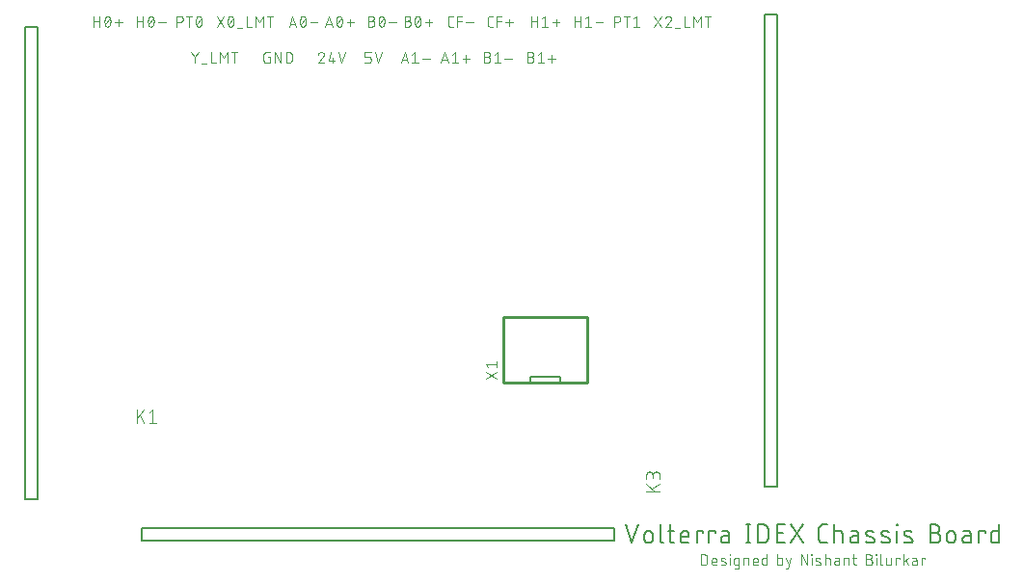
<source format=gbr>
G04 EAGLE Gerber RS-274X export*
G75*
%MOMM*%
%FSLAX34Y34*%
%LPD*%
%INSilkscreen Top*%
%IPPOS*%
%AMOC8*
5,1,8,0,0,1.08239X$1,22.5*%
G01*
%ADD10C,0.076200*%
%ADD11C,0.152400*%
%ADD12C,0.127000*%
%ADD13C,0.101600*%
%ADD14C,0.254000*%
%ADD15C,0.200000*%


D10*
X295656Y540131D02*
X295656Y549529D01*
X295656Y545352D02*
X300877Y545352D01*
X300877Y549529D02*
X300877Y540131D01*
X305104Y544830D02*
X305106Y545015D01*
X305113Y545200D01*
X305124Y545384D01*
X305139Y545568D01*
X305159Y545752D01*
X305183Y545936D01*
X305212Y546118D01*
X305245Y546300D01*
X305282Y546481D01*
X305324Y546661D01*
X305370Y546841D01*
X305420Y547019D01*
X305474Y547195D01*
X305533Y547371D01*
X305595Y547545D01*
X305662Y547717D01*
X305733Y547888D01*
X305808Y548057D01*
X305887Y548224D01*
X305917Y548304D01*
X305950Y548383D01*
X305987Y548460D01*
X306027Y548536D01*
X306070Y548610D01*
X306116Y548682D01*
X306166Y548751D01*
X306218Y548819D01*
X306274Y548884D01*
X306332Y548947D01*
X306394Y549006D01*
X306457Y549064D01*
X306524Y549118D01*
X306592Y549169D01*
X306663Y549217D01*
X306736Y549262D01*
X306810Y549304D01*
X306887Y549342D01*
X306965Y549377D01*
X307044Y549409D01*
X307125Y549437D01*
X307207Y549461D01*
X307291Y549482D01*
X307374Y549499D01*
X307459Y549512D01*
X307544Y549521D01*
X307629Y549527D01*
X307715Y549529D01*
X307801Y549527D01*
X307886Y549521D01*
X307971Y549512D01*
X308056Y549499D01*
X308139Y549482D01*
X308223Y549461D01*
X308305Y549437D01*
X308386Y549409D01*
X308465Y549377D01*
X308543Y549342D01*
X308620Y549304D01*
X308694Y549262D01*
X308767Y549217D01*
X308838Y549169D01*
X308906Y549118D01*
X308973Y549064D01*
X309036Y549006D01*
X309098Y548947D01*
X309156Y548884D01*
X309212Y548819D01*
X309264Y548751D01*
X309314Y548682D01*
X309360Y548610D01*
X309403Y548536D01*
X309443Y548460D01*
X309480Y548383D01*
X309513Y548304D01*
X309543Y548224D01*
X309622Y548057D01*
X309697Y547888D01*
X309768Y547717D01*
X309835Y547545D01*
X309897Y547371D01*
X309956Y547195D01*
X310010Y547019D01*
X310060Y546841D01*
X310106Y546661D01*
X310148Y546481D01*
X310185Y546300D01*
X310218Y546118D01*
X310247Y545936D01*
X310271Y545752D01*
X310291Y545568D01*
X310306Y545384D01*
X310317Y545200D01*
X310324Y545015D01*
X310326Y544830D01*
X305105Y544830D02*
X305107Y544645D01*
X305114Y544460D01*
X305125Y544276D01*
X305140Y544092D01*
X305160Y543908D01*
X305184Y543724D01*
X305213Y543542D01*
X305246Y543360D01*
X305283Y543179D01*
X305325Y542999D01*
X305371Y542819D01*
X305421Y542641D01*
X305475Y542465D01*
X305534Y542289D01*
X305596Y542115D01*
X305663Y541943D01*
X305734Y541772D01*
X305809Y541603D01*
X305888Y541436D01*
X305887Y541436D02*
X305917Y541356D01*
X305950Y541277D01*
X305987Y541200D01*
X306027Y541124D01*
X306070Y541050D01*
X306116Y540978D01*
X306166Y540909D01*
X306219Y540841D01*
X306274Y540776D01*
X306333Y540713D01*
X306394Y540654D01*
X306457Y540596D01*
X306524Y540542D01*
X306592Y540491D01*
X306663Y540443D01*
X306736Y540398D01*
X306810Y540356D01*
X306887Y540318D01*
X306965Y540283D01*
X307044Y540251D01*
X307125Y540223D01*
X307207Y540199D01*
X307291Y540178D01*
X307374Y540161D01*
X307459Y540148D01*
X307544Y540139D01*
X307629Y540133D01*
X307715Y540131D01*
X309543Y541436D02*
X309622Y541603D01*
X309697Y541772D01*
X309768Y541943D01*
X309835Y542115D01*
X309897Y542289D01*
X309956Y542465D01*
X310010Y542641D01*
X310060Y542819D01*
X310106Y542999D01*
X310148Y543179D01*
X310185Y543360D01*
X310218Y543542D01*
X310247Y543724D01*
X310271Y543908D01*
X310291Y544092D01*
X310306Y544276D01*
X310317Y544460D01*
X310324Y544645D01*
X310326Y544830D01*
X309543Y541436D02*
X309513Y541356D01*
X309480Y541277D01*
X309443Y541200D01*
X309403Y541124D01*
X309360Y541050D01*
X309314Y540978D01*
X309264Y540909D01*
X309212Y540841D01*
X309156Y540776D01*
X309098Y540713D01*
X309036Y540654D01*
X308973Y540596D01*
X308906Y540542D01*
X308838Y540491D01*
X308767Y540443D01*
X308694Y540398D01*
X308620Y540356D01*
X308543Y540318D01*
X308465Y540283D01*
X308386Y540251D01*
X308305Y540223D01*
X308223Y540199D01*
X308139Y540178D01*
X308056Y540161D01*
X307971Y540148D01*
X307886Y540139D01*
X307801Y540133D01*
X307715Y540131D01*
X305627Y542219D02*
X309804Y547441D01*
X314336Y543786D02*
X320602Y543786D01*
X317469Y540653D02*
X317469Y546918D01*
X333756Y549529D02*
X333756Y540131D01*
X333756Y545352D02*
X338977Y545352D01*
X338977Y549529D02*
X338977Y540131D01*
X343204Y544830D02*
X343206Y545015D01*
X343213Y545200D01*
X343224Y545384D01*
X343239Y545568D01*
X343259Y545752D01*
X343283Y545936D01*
X343312Y546118D01*
X343345Y546300D01*
X343382Y546481D01*
X343424Y546661D01*
X343470Y546841D01*
X343520Y547019D01*
X343574Y547195D01*
X343633Y547371D01*
X343695Y547545D01*
X343762Y547717D01*
X343833Y547888D01*
X343908Y548057D01*
X343987Y548224D01*
X344017Y548304D01*
X344050Y548383D01*
X344087Y548460D01*
X344127Y548536D01*
X344170Y548610D01*
X344216Y548682D01*
X344266Y548751D01*
X344318Y548819D01*
X344374Y548884D01*
X344432Y548947D01*
X344494Y549006D01*
X344557Y549064D01*
X344624Y549118D01*
X344692Y549169D01*
X344763Y549217D01*
X344836Y549262D01*
X344910Y549304D01*
X344987Y549342D01*
X345065Y549377D01*
X345144Y549409D01*
X345225Y549437D01*
X345307Y549461D01*
X345391Y549482D01*
X345474Y549499D01*
X345559Y549512D01*
X345644Y549521D01*
X345729Y549527D01*
X345815Y549529D01*
X345901Y549527D01*
X345986Y549521D01*
X346071Y549512D01*
X346156Y549499D01*
X346239Y549482D01*
X346323Y549461D01*
X346405Y549437D01*
X346486Y549409D01*
X346565Y549377D01*
X346643Y549342D01*
X346720Y549304D01*
X346794Y549262D01*
X346867Y549217D01*
X346938Y549169D01*
X347006Y549118D01*
X347073Y549064D01*
X347136Y549006D01*
X347198Y548947D01*
X347256Y548884D01*
X347312Y548819D01*
X347364Y548751D01*
X347414Y548682D01*
X347460Y548610D01*
X347503Y548536D01*
X347543Y548460D01*
X347580Y548383D01*
X347613Y548304D01*
X347643Y548224D01*
X347722Y548057D01*
X347797Y547888D01*
X347868Y547717D01*
X347935Y547545D01*
X347997Y547371D01*
X348056Y547195D01*
X348110Y547019D01*
X348160Y546841D01*
X348206Y546661D01*
X348248Y546481D01*
X348285Y546300D01*
X348318Y546118D01*
X348347Y545936D01*
X348371Y545752D01*
X348391Y545568D01*
X348406Y545384D01*
X348417Y545200D01*
X348424Y545015D01*
X348426Y544830D01*
X343205Y544830D02*
X343207Y544645D01*
X343214Y544460D01*
X343225Y544276D01*
X343240Y544092D01*
X343260Y543908D01*
X343284Y543724D01*
X343313Y543542D01*
X343346Y543360D01*
X343383Y543179D01*
X343425Y542999D01*
X343471Y542819D01*
X343521Y542641D01*
X343575Y542465D01*
X343634Y542289D01*
X343696Y542115D01*
X343763Y541943D01*
X343834Y541772D01*
X343909Y541603D01*
X343988Y541436D01*
X343987Y541436D02*
X344017Y541356D01*
X344050Y541277D01*
X344087Y541200D01*
X344127Y541124D01*
X344170Y541050D01*
X344216Y540978D01*
X344266Y540909D01*
X344319Y540841D01*
X344374Y540776D01*
X344433Y540713D01*
X344494Y540654D01*
X344557Y540596D01*
X344624Y540542D01*
X344692Y540491D01*
X344763Y540443D01*
X344836Y540398D01*
X344910Y540356D01*
X344987Y540318D01*
X345065Y540283D01*
X345144Y540251D01*
X345225Y540223D01*
X345307Y540199D01*
X345391Y540178D01*
X345474Y540161D01*
X345559Y540148D01*
X345644Y540139D01*
X345729Y540133D01*
X345815Y540131D01*
X347643Y541436D02*
X347722Y541603D01*
X347797Y541772D01*
X347868Y541943D01*
X347935Y542115D01*
X347997Y542289D01*
X348056Y542465D01*
X348110Y542641D01*
X348160Y542819D01*
X348206Y542999D01*
X348248Y543179D01*
X348285Y543360D01*
X348318Y543542D01*
X348347Y543724D01*
X348371Y543908D01*
X348391Y544092D01*
X348406Y544276D01*
X348417Y544460D01*
X348424Y544645D01*
X348426Y544830D01*
X347643Y541436D02*
X347613Y541356D01*
X347580Y541277D01*
X347543Y541200D01*
X347503Y541124D01*
X347460Y541050D01*
X347414Y540978D01*
X347364Y540909D01*
X347312Y540841D01*
X347256Y540776D01*
X347198Y540713D01*
X347136Y540654D01*
X347073Y540596D01*
X347006Y540542D01*
X346938Y540491D01*
X346867Y540443D01*
X346794Y540398D01*
X346720Y540356D01*
X346643Y540318D01*
X346565Y540283D01*
X346486Y540251D01*
X346405Y540223D01*
X346323Y540199D01*
X346239Y540178D01*
X346156Y540161D01*
X346071Y540148D01*
X345986Y540139D01*
X345901Y540133D01*
X345815Y540131D01*
X343727Y542219D02*
X347904Y547441D01*
X352436Y543786D02*
X358702Y543786D01*
X368681Y540131D02*
X368681Y549529D01*
X371292Y549529D01*
X371393Y549527D01*
X371494Y549521D01*
X371595Y549511D01*
X371695Y549498D01*
X371795Y549480D01*
X371894Y549459D01*
X371992Y549433D01*
X372089Y549404D01*
X372185Y549372D01*
X372279Y549335D01*
X372372Y549295D01*
X372464Y549251D01*
X372553Y549204D01*
X372641Y549153D01*
X372727Y549099D01*
X372810Y549042D01*
X372892Y548982D01*
X372970Y548918D01*
X373047Y548852D01*
X373120Y548782D01*
X373191Y548710D01*
X373259Y548635D01*
X373324Y548557D01*
X373386Y548477D01*
X373445Y548395D01*
X373501Y548310D01*
X373553Y548224D01*
X373602Y548135D01*
X373648Y548044D01*
X373689Y547952D01*
X373728Y547858D01*
X373762Y547763D01*
X373793Y547667D01*
X373820Y547569D01*
X373844Y547471D01*
X373863Y547371D01*
X373879Y547271D01*
X373891Y547171D01*
X373899Y547070D01*
X373903Y546969D01*
X373903Y546867D01*
X373899Y546766D01*
X373891Y546665D01*
X373879Y546565D01*
X373863Y546465D01*
X373844Y546365D01*
X373820Y546267D01*
X373793Y546169D01*
X373762Y546073D01*
X373728Y545978D01*
X373689Y545884D01*
X373648Y545792D01*
X373602Y545701D01*
X373553Y545613D01*
X373501Y545526D01*
X373445Y545441D01*
X373386Y545359D01*
X373324Y545279D01*
X373259Y545201D01*
X373191Y545126D01*
X373120Y545054D01*
X373047Y544984D01*
X372970Y544918D01*
X372892Y544854D01*
X372810Y544794D01*
X372727Y544737D01*
X372641Y544683D01*
X372553Y544632D01*
X372464Y544585D01*
X372372Y544541D01*
X372279Y544501D01*
X372185Y544464D01*
X372089Y544432D01*
X371992Y544403D01*
X371894Y544377D01*
X371795Y544356D01*
X371695Y544338D01*
X371595Y544325D01*
X371494Y544315D01*
X371393Y544309D01*
X371292Y544307D01*
X371292Y544308D02*
X368681Y544308D01*
X379390Y540131D02*
X379390Y549529D01*
X382000Y549529D02*
X376779Y549529D01*
X386096Y548224D02*
X386017Y548057D01*
X385942Y547888D01*
X385871Y547717D01*
X385804Y547545D01*
X385742Y547371D01*
X385683Y547195D01*
X385629Y547019D01*
X385579Y546841D01*
X385533Y546661D01*
X385491Y546481D01*
X385454Y546300D01*
X385421Y546118D01*
X385392Y545936D01*
X385368Y545752D01*
X385348Y545568D01*
X385333Y545384D01*
X385322Y545200D01*
X385315Y545015D01*
X385313Y544830D01*
X386096Y548224D02*
X386126Y548304D01*
X386159Y548383D01*
X386196Y548460D01*
X386236Y548536D01*
X386279Y548610D01*
X386325Y548682D01*
X386375Y548751D01*
X386427Y548819D01*
X386483Y548884D01*
X386541Y548947D01*
X386603Y549006D01*
X386666Y549064D01*
X386733Y549118D01*
X386801Y549169D01*
X386872Y549217D01*
X386945Y549262D01*
X387019Y549304D01*
X387096Y549342D01*
X387174Y549377D01*
X387253Y549409D01*
X387334Y549437D01*
X387416Y549461D01*
X387500Y549482D01*
X387583Y549499D01*
X387668Y549512D01*
X387753Y549521D01*
X387838Y549527D01*
X387924Y549529D01*
X388010Y549527D01*
X388095Y549521D01*
X388180Y549512D01*
X388265Y549499D01*
X388348Y549482D01*
X388432Y549461D01*
X388514Y549437D01*
X388595Y549409D01*
X388674Y549377D01*
X388752Y549342D01*
X388829Y549304D01*
X388903Y549262D01*
X388976Y549217D01*
X389047Y549169D01*
X389115Y549118D01*
X389182Y549064D01*
X389245Y549006D01*
X389307Y548947D01*
X389365Y548884D01*
X389421Y548819D01*
X389473Y548751D01*
X389523Y548682D01*
X389569Y548610D01*
X389612Y548536D01*
X389652Y548460D01*
X389689Y548383D01*
X389722Y548304D01*
X389752Y548224D01*
X389831Y548057D01*
X389906Y547888D01*
X389977Y547717D01*
X390044Y547545D01*
X390106Y547371D01*
X390165Y547195D01*
X390219Y547019D01*
X390269Y546841D01*
X390315Y546661D01*
X390357Y546481D01*
X390394Y546300D01*
X390427Y546118D01*
X390456Y545936D01*
X390480Y545752D01*
X390500Y545568D01*
X390515Y545384D01*
X390526Y545200D01*
X390533Y545015D01*
X390535Y544830D01*
X385314Y544830D02*
X385316Y544645D01*
X385323Y544460D01*
X385334Y544276D01*
X385349Y544092D01*
X385369Y543908D01*
X385393Y543724D01*
X385422Y543542D01*
X385455Y543360D01*
X385492Y543179D01*
X385534Y542999D01*
X385580Y542819D01*
X385630Y542641D01*
X385684Y542465D01*
X385743Y542289D01*
X385805Y542115D01*
X385872Y541943D01*
X385943Y541772D01*
X386018Y541603D01*
X386097Y541436D01*
X386096Y541436D02*
X386126Y541356D01*
X386159Y541277D01*
X386196Y541200D01*
X386236Y541124D01*
X386279Y541050D01*
X386325Y540978D01*
X386375Y540909D01*
X386428Y540841D01*
X386483Y540776D01*
X386542Y540713D01*
X386603Y540654D01*
X386666Y540596D01*
X386733Y540542D01*
X386801Y540491D01*
X386872Y540443D01*
X386945Y540398D01*
X387019Y540356D01*
X387096Y540318D01*
X387174Y540283D01*
X387253Y540251D01*
X387334Y540223D01*
X387416Y540199D01*
X387500Y540178D01*
X387583Y540161D01*
X387668Y540148D01*
X387753Y540139D01*
X387838Y540133D01*
X387924Y540131D01*
X389752Y541436D02*
X389831Y541603D01*
X389906Y541772D01*
X389977Y541943D01*
X390044Y542115D01*
X390106Y542289D01*
X390165Y542465D01*
X390219Y542641D01*
X390269Y542819D01*
X390315Y542999D01*
X390357Y543179D01*
X390394Y543360D01*
X390427Y543542D01*
X390456Y543724D01*
X390480Y543908D01*
X390500Y544092D01*
X390515Y544276D01*
X390526Y544460D01*
X390533Y544645D01*
X390535Y544830D01*
X389752Y541436D02*
X389722Y541356D01*
X389689Y541277D01*
X389652Y541200D01*
X389612Y541124D01*
X389569Y541050D01*
X389523Y540978D01*
X389473Y540909D01*
X389421Y540841D01*
X389365Y540776D01*
X389307Y540713D01*
X389245Y540654D01*
X389182Y540596D01*
X389115Y540542D01*
X389047Y540491D01*
X388976Y540443D01*
X388903Y540398D01*
X388829Y540356D01*
X388752Y540318D01*
X388674Y540283D01*
X388595Y540251D01*
X388514Y540223D01*
X388432Y540199D01*
X388348Y540178D01*
X388265Y540161D01*
X388180Y540148D01*
X388095Y540139D01*
X388010Y540133D01*
X387924Y540131D01*
X385836Y542219D02*
X390013Y547441D01*
X403606Y540131D02*
X409871Y549529D01*
X403606Y549529D02*
X409871Y540131D01*
X413272Y544830D02*
X413274Y545015D01*
X413281Y545200D01*
X413292Y545384D01*
X413307Y545568D01*
X413327Y545752D01*
X413351Y545936D01*
X413380Y546118D01*
X413413Y546300D01*
X413450Y546481D01*
X413492Y546661D01*
X413538Y546841D01*
X413588Y547019D01*
X413642Y547195D01*
X413701Y547371D01*
X413763Y547545D01*
X413830Y547717D01*
X413901Y547888D01*
X413976Y548057D01*
X414055Y548224D01*
X414085Y548304D01*
X414118Y548383D01*
X414155Y548460D01*
X414195Y548536D01*
X414238Y548610D01*
X414284Y548682D01*
X414334Y548751D01*
X414386Y548819D01*
X414442Y548884D01*
X414500Y548947D01*
X414562Y549006D01*
X414625Y549064D01*
X414692Y549118D01*
X414760Y549169D01*
X414831Y549217D01*
X414904Y549262D01*
X414978Y549304D01*
X415055Y549342D01*
X415133Y549377D01*
X415212Y549409D01*
X415293Y549437D01*
X415375Y549461D01*
X415459Y549482D01*
X415542Y549499D01*
X415627Y549512D01*
X415712Y549521D01*
X415797Y549527D01*
X415883Y549529D01*
X415969Y549527D01*
X416054Y549521D01*
X416139Y549512D01*
X416224Y549499D01*
X416307Y549482D01*
X416391Y549461D01*
X416473Y549437D01*
X416554Y549409D01*
X416633Y549377D01*
X416711Y549342D01*
X416788Y549304D01*
X416862Y549262D01*
X416935Y549217D01*
X417006Y549169D01*
X417074Y549118D01*
X417141Y549064D01*
X417204Y549006D01*
X417266Y548947D01*
X417324Y548884D01*
X417380Y548819D01*
X417432Y548751D01*
X417482Y548682D01*
X417528Y548610D01*
X417571Y548536D01*
X417611Y548460D01*
X417648Y548383D01*
X417681Y548304D01*
X417711Y548224D01*
X417710Y548224D02*
X417789Y548057D01*
X417864Y547888D01*
X417935Y547717D01*
X418002Y547545D01*
X418064Y547371D01*
X418123Y547195D01*
X418177Y547019D01*
X418227Y546841D01*
X418273Y546661D01*
X418315Y546481D01*
X418352Y546300D01*
X418385Y546118D01*
X418414Y545936D01*
X418438Y545752D01*
X418458Y545568D01*
X418473Y545384D01*
X418484Y545200D01*
X418491Y545015D01*
X418493Y544830D01*
X413272Y544830D02*
X413274Y544645D01*
X413281Y544460D01*
X413292Y544276D01*
X413307Y544092D01*
X413327Y543908D01*
X413351Y543724D01*
X413380Y543542D01*
X413413Y543360D01*
X413450Y543179D01*
X413492Y542999D01*
X413538Y542819D01*
X413588Y542641D01*
X413642Y542465D01*
X413701Y542289D01*
X413763Y542115D01*
X413830Y541943D01*
X413901Y541772D01*
X413976Y541603D01*
X414055Y541436D01*
X414085Y541356D01*
X414118Y541277D01*
X414155Y541200D01*
X414195Y541124D01*
X414238Y541050D01*
X414284Y540978D01*
X414334Y540909D01*
X414387Y540841D01*
X414442Y540776D01*
X414501Y540713D01*
X414562Y540654D01*
X414625Y540596D01*
X414692Y540542D01*
X414760Y540491D01*
X414831Y540443D01*
X414904Y540398D01*
X414978Y540356D01*
X415055Y540318D01*
X415133Y540283D01*
X415212Y540251D01*
X415293Y540223D01*
X415375Y540199D01*
X415459Y540178D01*
X415542Y540161D01*
X415627Y540148D01*
X415712Y540139D01*
X415797Y540133D01*
X415883Y540131D01*
X417710Y541436D02*
X417789Y541603D01*
X417864Y541772D01*
X417935Y541943D01*
X418002Y542115D01*
X418064Y542289D01*
X418123Y542465D01*
X418177Y542641D01*
X418227Y542819D01*
X418273Y542999D01*
X418315Y543179D01*
X418352Y543360D01*
X418385Y543542D01*
X418414Y543724D01*
X418438Y543908D01*
X418458Y544092D01*
X418473Y544276D01*
X418484Y544460D01*
X418491Y544645D01*
X418493Y544830D01*
X417711Y541436D02*
X417681Y541356D01*
X417648Y541277D01*
X417611Y541200D01*
X417571Y541124D01*
X417528Y541050D01*
X417482Y540978D01*
X417432Y540909D01*
X417380Y540841D01*
X417324Y540776D01*
X417266Y540713D01*
X417204Y540654D01*
X417141Y540596D01*
X417074Y540542D01*
X417006Y540491D01*
X416935Y540443D01*
X416862Y540398D01*
X416788Y540356D01*
X416711Y540318D01*
X416633Y540283D01*
X416554Y540251D01*
X416473Y540223D01*
X416391Y540199D01*
X416307Y540178D01*
X416224Y540161D01*
X416139Y540148D01*
X416054Y540139D01*
X415969Y540133D01*
X415883Y540131D01*
X413794Y542219D02*
X417971Y547441D01*
X422024Y539087D02*
X426201Y539087D01*
X430053Y540131D02*
X430053Y549529D01*
X430053Y540131D02*
X434230Y540131D01*
X438048Y540131D02*
X438048Y549529D01*
X441181Y544308D01*
X444314Y549529D01*
X444314Y540131D01*
X450630Y540131D02*
X450630Y549529D01*
X453240Y549529D02*
X448019Y549529D01*
X467106Y540131D02*
X470239Y549529D01*
X473371Y540131D01*
X472588Y542481D02*
X467889Y542481D01*
X476772Y544830D02*
X476774Y545015D01*
X476781Y545200D01*
X476792Y545384D01*
X476807Y545568D01*
X476827Y545752D01*
X476851Y545936D01*
X476880Y546118D01*
X476913Y546300D01*
X476950Y546481D01*
X476992Y546661D01*
X477038Y546841D01*
X477088Y547019D01*
X477142Y547195D01*
X477201Y547371D01*
X477263Y547545D01*
X477330Y547717D01*
X477401Y547888D01*
X477476Y548057D01*
X477555Y548224D01*
X477585Y548304D01*
X477618Y548383D01*
X477655Y548460D01*
X477695Y548536D01*
X477738Y548610D01*
X477784Y548682D01*
X477834Y548751D01*
X477886Y548819D01*
X477942Y548884D01*
X478000Y548947D01*
X478062Y549006D01*
X478125Y549064D01*
X478192Y549118D01*
X478260Y549169D01*
X478331Y549217D01*
X478404Y549262D01*
X478478Y549304D01*
X478555Y549342D01*
X478633Y549377D01*
X478712Y549409D01*
X478793Y549437D01*
X478875Y549461D01*
X478959Y549482D01*
X479042Y549499D01*
X479127Y549512D01*
X479212Y549521D01*
X479297Y549527D01*
X479383Y549529D01*
X479469Y549527D01*
X479554Y549521D01*
X479639Y549512D01*
X479724Y549499D01*
X479807Y549482D01*
X479891Y549461D01*
X479973Y549437D01*
X480054Y549409D01*
X480133Y549377D01*
X480211Y549342D01*
X480288Y549304D01*
X480362Y549262D01*
X480435Y549217D01*
X480506Y549169D01*
X480574Y549118D01*
X480641Y549064D01*
X480704Y549006D01*
X480766Y548947D01*
X480824Y548884D01*
X480880Y548819D01*
X480932Y548751D01*
X480982Y548682D01*
X481028Y548610D01*
X481071Y548536D01*
X481111Y548460D01*
X481148Y548383D01*
X481181Y548304D01*
X481211Y548224D01*
X481210Y548224D02*
X481289Y548057D01*
X481364Y547888D01*
X481435Y547717D01*
X481502Y547545D01*
X481564Y547371D01*
X481623Y547195D01*
X481677Y547019D01*
X481727Y546841D01*
X481773Y546661D01*
X481815Y546481D01*
X481852Y546300D01*
X481885Y546118D01*
X481914Y545936D01*
X481938Y545752D01*
X481958Y545568D01*
X481973Y545384D01*
X481984Y545200D01*
X481991Y545015D01*
X481993Y544830D01*
X476772Y544830D02*
X476774Y544645D01*
X476781Y544460D01*
X476792Y544276D01*
X476807Y544092D01*
X476827Y543908D01*
X476851Y543724D01*
X476880Y543542D01*
X476913Y543360D01*
X476950Y543179D01*
X476992Y542999D01*
X477038Y542819D01*
X477088Y542641D01*
X477142Y542465D01*
X477201Y542289D01*
X477263Y542115D01*
X477330Y541943D01*
X477401Y541772D01*
X477476Y541603D01*
X477555Y541436D01*
X477585Y541356D01*
X477618Y541277D01*
X477655Y541200D01*
X477695Y541124D01*
X477738Y541050D01*
X477784Y540978D01*
X477834Y540909D01*
X477887Y540841D01*
X477942Y540776D01*
X478001Y540713D01*
X478062Y540654D01*
X478125Y540596D01*
X478192Y540542D01*
X478260Y540491D01*
X478331Y540443D01*
X478404Y540398D01*
X478478Y540356D01*
X478555Y540318D01*
X478633Y540283D01*
X478712Y540251D01*
X478793Y540223D01*
X478875Y540199D01*
X478959Y540178D01*
X479042Y540161D01*
X479127Y540148D01*
X479212Y540139D01*
X479297Y540133D01*
X479383Y540131D01*
X481210Y541436D02*
X481289Y541603D01*
X481364Y541772D01*
X481435Y541943D01*
X481502Y542115D01*
X481564Y542289D01*
X481623Y542465D01*
X481677Y542641D01*
X481727Y542819D01*
X481773Y542999D01*
X481815Y543179D01*
X481852Y543360D01*
X481885Y543542D01*
X481914Y543724D01*
X481938Y543908D01*
X481958Y544092D01*
X481973Y544276D01*
X481984Y544460D01*
X481991Y544645D01*
X481993Y544830D01*
X481211Y541436D02*
X481181Y541356D01*
X481148Y541277D01*
X481111Y541200D01*
X481071Y541124D01*
X481028Y541050D01*
X480982Y540978D01*
X480932Y540909D01*
X480880Y540841D01*
X480824Y540776D01*
X480766Y540713D01*
X480704Y540654D01*
X480641Y540596D01*
X480574Y540542D01*
X480506Y540491D01*
X480435Y540443D01*
X480362Y540398D01*
X480288Y540356D01*
X480211Y540318D01*
X480133Y540283D01*
X480054Y540251D01*
X479973Y540223D01*
X479891Y540199D01*
X479807Y540178D01*
X479724Y540161D01*
X479639Y540148D01*
X479554Y540139D01*
X479469Y540133D01*
X479383Y540131D01*
X477294Y542219D02*
X481471Y547441D01*
X486004Y543786D02*
X492269Y543786D01*
X498856Y540131D02*
X501989Y549529D01*
X505121Y540131D01*
X504338Y542481D02*
X499639Y542481D01*
X508522Y544830D02*
X508524Y545015D01*
X508531Y545200D01*
X508542Y545384D01*
X508557Y545568D01*
X508577Y545752D01*
X508601Y545936D01*
X508630Y546118D01*
X508663Y546300D01*
X508700Y546481D01*
X508742Y546661D01*
X508788Y546841D01*
X508838Y547019D01*
X508892Y547195D01*
X508951Y547371D01*
X509013Y547545D01*
X509080Y547717D01*
X509151Y547888D01*
X509226Y548057D01*
X509305Y548224D01*
X509335Y548304D01*
X509368Y548383D01*
X509405Y548460D01*
X509445Y548536D01*
X509488Y548610D01*
X509534Y548682D01*
X509584Y548751D01*
X509636Y548819D01*
X509692Y548884D01*
X509750Y548947D01*
X509812Y549006D01*
X509875Y549064D01*
X509942Y549118D01*
X510010Y549169D01*
X510081Y549217D01*
X510154Y549262D01*
X510228Y549304D01*
X510305Y549342D01*
X510383Y549377D01*
X510462Y549409D01*
X510543Y549437D01*
X510625Y549461D01*
X510709Y549482D01*
X510792Y549499D01*
X510877Y549512D01*
X510962Y549521D01*
X511047Y549527D01*
X511133Y549529D01*
X511219Y549527D01*
X511304Y549521D01*
X511389Y549512D01*
X511474Y549499D01*
X511557Y549482D01*
X511641Y549461D01*
X511723Y549437D01*
X511804Y549409D01*
X511883Y549377D01*
X511961Y549342D01*
X512038Y549304D01*
X512112Y549262D01*
X512185Y549217D01*
X512256Y549169D01*
X512324Y549118D01*
X512391Y549064D01*
X512454Y549006D01*
X512516Y548947D01*
X512574Y548884D01*
X512630Y548819D01*
X512682Y548751D01*
X512732Y548682D01*
X512778Y548610D01*
X512821Y548536D01*
X512861Y548460D01*
X512898Y548383D01*
X512931Y548304D01*
X512961Y548224D01*
X512960Y548224D02*
X513039Y548057D01*
X513114Y547888D01*
X513185Y547717D01*
X513252Y547545D01*
X513314Y547371D01*
X513373Y547195D01*
X513427Y547019D01*
X513477Y546841D01*
X513523Y546661D01*
X513565Y546481D01*
X513602Y546300D01*
X513635Y546118D01*
X513664Y545936D01*
X513688Y545752D01*
X513708Y545568D01*
X513723Y545384D01*
X513734Y545200D01*
X513741Y545015D01*
X513743Y544830D01*
X508522Y544830D02*
X508524Y544645D01*
X508531Y544460D01*
X508542Y544276D01*
X508557Y544092D01*
X508577Y543908D01*
X508601Y543724D01*
X508630Y543542D01*
X508663Y543360D01*
X508700Y543179D01*
X508742Y542999D01*
X508788Y542819D01*
X508838Y542641D01*
X508892Y542465D01*
X508951Y542289D01*
X509013Y542115D01*
X509080Y541943D01*
X509151Y541772D01*
X509226Y541603D01*
X509305Y541436D01*
X509335Y541356D01*
X509368Y541277D01*
X509405Y541200D01*
X509445Y541124D01*
X509488Y541050D01*
X509534Y540978D01*
X509584Y540909D01*
X509637Y540841D01*
X509692Y540776D01*
X509751Y540713D01*
X509812Y540654D01*
X509875Y540596D01*
X509942Y540542D01*
X510010Y540491D01*
X510081Y540443D01*
X510154Y540398D01*
X510228Y540356D01*
X510305Y540318D01*
X510383Y540283D01*
X510462Y540251D01*
X510543Y540223D01*
X510625Y540199D01*
X510709Y540178D01*
X510792Y540161D01*
X510877Y540148D01*
X510962Y540139D01*
X511047Y540133D01*
X511133Y540131D01*
X512960Y541436D02*
X513039Y541603D01*
X513114Y541772D01*
X513185Y541943D01*
X513252Y542115D01*
X513314Y542289D01*
X513373Y542465D01*
X513427Y542641D01*
X513477Y542819D01*
X513523Y542999D01*
X513565Y543179D01*
X513602Y543360D01*
X513635Y543542D01*
X513664Y543724D01*
X513688Y543908D01*
X513708Y544092D01*
X513723Y544276D01*
X513734Y544460D01*
X513741Y544645D01*
X513743Y544830D01*
X512961Y541436D02*
X512931Y541356D01*
X512898Y541277D01*
X512861Y541200D01*
X512821Y541124D01*
X512778Y541050D01*
X512732Y540978D01*
X512682Y540909D01*
X512630Y540841D01*
X512574Y540776D01*
X512516Y540713D01*
X512454Y540654D01*
X512391Y540596D01*
X512324Y540542D01*
X512256Y540491D01*
X512185Y540443D01*
X512112Y540398D01*
X512038Y540356D01*
X511961Y540318D01*
X511883Y540283D01*
X511804Y540251D01*
X511723Y540223D01*
X511641Y540199D01*
X511557Y540178D01*
X511474Y540161D01*
X511389Y540148D01*
X511304Y540139D01*
X511219Y540133D01*
X511133Y540131D01*
X509044Y542219D02*
X513221Y547441D01*
X517754Y543786D02*
X524019Y543786D01*
X520886Y540653D02*
X520886Y546918D01*
X536956Y545352D02*
X539567Y545352D01*
X539567Y545353D02*
X539668Y545351D01*
X539769Y545345D01*
X539870Y545335D01*
X539970Y545322D01*
X540070Y545304D01*
X540169Y545283D01*
X540267Y545257D01*
X540364Y545228D01*
X540460Y545196D01*
X540554Y545159D01*
X540647Y545119D01*
X540739Y545075D01*
X540828Y545028D01*
X540916Y544977D01*
X541002Y544923D01*
X541085Y544866D01*
X541167Y544806D01*
X541245Y544742D01*
X541322Y544676D01*
X541395Y544606D01*
X541466Y544534D01*
X541534Y544459D01*
X541599Y544381D01*
X541661Y544301D01*
X541720Y544219D01*
X541776Y544134D01*
X541828Y544048D01*
X541877Y543959D01*
X541923Y543868D01*
X541964Y543776D01*
X542003Y543682D01*
X542037Y543587D01*
X542068Y543491D01*
X542095Y543393D01*
X542119Y543295D01*
X542138Y543195D01*
X542154Y543095D01*
X542166Y542995D01*
X542174Y542894D01*
X542178Y542793D01*
X542178Y542691D01*
X542174Y542590D01*
X542166Y542489D01*
X542154Y542389D01*
X542138Y542289D01*
X542119Y542189D01*
X542095Y542091D01*
X542068Y541993D01*
X542037Y541897D01*
X542003Y541802D01*
X541964Y541708D01*
X541923Y541616D01*
X541877Y541525D01*
X541828Y541437D01*
X541776Y541350D01*
X541720Y541265D01*
X541661Y541183D01*
X541599Y541103D01*
X541534Y541025D01*
X541466Y540950D01*
X541395Y540878D01*
X541322Y540808D01*
X541245Y540742D01*
X541167Y540678D01*
X541085Y540618D01*
X541002Y540561D01*
X540916Y540507D01*
X540828Y540456D01*
X540739Y540409D01*
X540647Y540365D01*
X540554Y540325D01*
X540460Y540288D01*
X540364Y540256D01*
X540267Y540227D01*
X540169Y540201D01*
X540070Y540180D01*
X539970Y540162D01*
X539870Y540149D01*
X539769Y540139D01*
X539668Y540133D01*
X539567Y540131D01*
X536956Y540131D01*
X536956Y549529D01*
X539567Y549529D01*
X539657Y549527D01*
X539746Y549521D01*
X539836Y549512D01*
X539925Y549498D01*
X540013Y549481D01*
X540100Y549460D01*
X540187Y549435D01*
X540272Y549406D01*
X540356Y549374D01*
X540438Y549339D01*
X540519Y549299D01*
X540598Y549257D01*
X540675Y549211D01*
X540750Y549161D01*
X540823Y549109D01*
X540894Y549053D01*
X540962Y548995D01*
X541027Y548933D01*
X541090Y548869D01*
X541150Y548802D01*
X541207Y548733D01*
X541261Y548661D01*
X541312Y548587D01*
X541360Y548511D01*
X541404Y548433D01*
X541445Y548353D01*
X541483Y548271D01*
X541517Y548188D01*
X541547Y548103D01*
X541574Y548017D01*
X541597Y547931D01*
X541616Y547843D01*
X541631Y547754D01*
X541643Y547665D01*
X541651Y547576D01*
X541655Y547486D01*
X541655Y547396D01*
X541651Y547306D01*
X541643Y547217D01*
X541631Y547128D01*
X541616Y547039D01*
X541597Y546951D01*
X541574Y546865D01*
X541547Y546779D01*
X541517Y546694D01*
X541483Y546611D01*
X541445Y546529D01*
X541404Y546449D01*
X541360Y546371D01*
X541312Y546295D01*
X541261Y546221D01*
X541207Y546149D01*
X541150Y546080D01*
X541090Y546013D01*
X541027Y545949D01*
X540962Y545887D01*
X540894Y545829D01*
X540823Y545773D01*
X540750Y545721D01*
X540675Y545671D01*
X540598Y545625D01*
X540519Y545583D01*
X540438Y545543D01*
X540356Y545508D01*
X540272Y545476D01*
X540187Y545447D01*
X540100Y545422D01*
X540013Y545401D01*
X539925Y545384D01*
X539836Y545370D01*
X539746Y545361D01*
X539657Y545355D01*
X539567Y545353D01*
X545664Y544830D02*
X545666Y545015D01*
X545673Y545200D01*
X545684Y545384D01*
X545699Y545568D01*
X545719Y545752D01*
X545743Y545936D01*
X545772Y546118D01*
X545805Y546300D01*
X545842Y546481D01*
X545884Y546661D01*
X545930Y546841D01*
X545980Y547019D01*
X546034Y547195D01*
X546093Y547371D01*
X546155Y547545D01*
X546222Y547717D01*
X546293Y547888D01*
X546368Y548057D01*
X546447Y548224D01*
X546446Y548224D02*
X546476Y548304D01*
X546509Y548383D01*
X546546Y548460D01*
X546586Y548536D01*
X546629Y548610D01*
X546675Y548682D01*
X546725Y548751D01*
X546777Y548819D01*
X546833Y548884D01*
X546891Y548947D01*
X546953Y549006D01*
X547016Y549064D01*
X547083Y549118D01*
X547151Y549169D01*
X547222Y549217D01*
X547295Y549262D01*
X547369Y549304D01*
X547446Y549342D01*
X547524Y549377D01*
X547603Y549409D01*
X547684Y549437D01*
X547766Y549461D01*
X547850Y549482D01*
X547933Y549499D01*
X548018Y549512D01*
X548103Y549521D01*
X548188Y549527D01*
X548274Y549529D01*
X548360Y549527D01*
X548445Y549521D01*
X548530Y549512D01*
X548615Y549499D01*
X548698Y549482D01*
X548782Y549461D01*
X548864Y549437D01*
X548945Y549409D01*
X549024Y549377D01*
X549102Y549342D01*
X549179Y549304D01*
X549253Y549262D01*
X549326Y549217D01*
X549397Y549169D01*
X549465Y549118D01*
X549532Y549064D01*
X549595Y549006D01*
X549657Y548947D01*
X549715Y548884D01*
X549771Y548819D01*
X549823Y548751D01*
X549873Y548682D01*
X549919Y548610D01*
X549962Y548536D01*
X550002Y548460D01*
X550039Y548383D01*
X550072Y548304D01*
X550102Y548224D01*
X550181Y548057D01*
X550256Y547888D01*
X550327Y547717D01*
X550394Y547545D01*
X550456Y547371D01*
X550515Y547195D01*
X550569Y547019D01*
X550619Y546841D01*
X550665Y546661D01*
X550707Y546481D01*
X550744Y546300D01*
X550777Y546118D01*
X550806Y545936D01*
X550830Y545752D01*
X550850Y545568D01*
X550865Y545384D01*
X550876Y545200D01*
X550883Y545015D01*
X550885Y544830D01*
X545664Y544830D02*
X545666Y544645D01*
X545673Y544460D01*
X545684Y544276D01*
X545699Y544092D01*
X545719Y543908D01*
X545743Y543724D01*
X545772Y543542D01*
X545805Y543360D01*
X545842Y543179D01*
X545884Y542999D01*
X545930Y542819D01*
X545980Y542641D01*
X546034Y542465D01*
X546093Y542289D01*
X546155Y542115D01*
X546222Y541943D01*
X546293Y541772D01*
X546368Y541603D01*
X546447Y541436D01*
X546446Y541436D02*
X546476Y541356D01*
X546509Y541277D01*
X546546Y541200D01*
X546586Y541124D01*
X546629Y541050D01*
X546675Y540978D01*
X546725Y540909D01*
X546778Y540841D01*
X546833Y540776D01*
X546892Y540713D01*
X546953Y540654D01*
X547016Y540596D01*
X547083Y540542D01*
X547151Y540491D01*
X547222Y540443D01*
X547295Y540398D01*
X547369Y540356D01*
X547446Y540318D01*
X547524Y540283D01*
X547603Y540251D01*
X547684Y540223D01*
X547766Y540199D01*
X547850Y540178D01*
X547933Y540161D01*
X548018Y540148D01*
X548103Y540139D01*
X548188Y540133D01*
X548274Y540131D01*
X550102Y541436D02*
X550181Y541603D01*
X550256Y541772D01*
X550327Y541943D01*
X550394Y542115D01*
X550456Y542289D01*
X550515Y542465D01*
X550569Y542641D01*
X550619Y542819D01*
X550665Y542999D01*
X550707Y543179D01*
X550744Y543360D01*
X550777Y543542D01*
X550806Y543724D01*
X550830Y543908D01*
X550850Y544092D01*
X550865Y544276D01*
X550876Y544460D01*
X550883Y544645D01*
X550885Y544830D01*
X550102Y541436D02*
X550072Y541356D01*
X550039Y541277D01*
X550002Y541200D01*
X549962Y541124D01*
X549919Y541050D01*
X549873Y540978D01*
X549823Y540909D01*
X549771Y540841D01*
X549715Y540776D01*
X549657Y540713D01*
X549595Y540654D01*
X549532Y540596D01*
X549465Y540542D01*
X549397Y540491D01*
X549326Y540443D01*
X549253Y540398D01*
X549179Y540356D01*
X549102Y540318D01*
X549024Y540283D01*
X548945Y540251D01*
X548864Y540223D01*
X548782Y540199D01*
X548698Y540178D01*
X548615Y540161D01*
X548530Y540148D01*
X548445Y540139D01*
X548360Y540133D01*
X548274Y540131D01*
X546186Y542219D02*
X550363Y547441D01*
X554895Y543786D02*
X561161Y543786D01*
X568706Y545352D02*
X571317Y545352D01*
X571317Y545353D02*
X571418Y545351D01*
X571519Y545345D01*
X571620Y545335D01*
X571720Y545322D01*
X571820Y545304D01*
X571919Y545283D01*
X572017Y545257D01*
X572114Y545228D01*
X572210Y545196D01*
X572304Y545159D01*
X572397Y545119D01*
X572489Y545075D01*
X572578Y545028D01*
X572666Y544977D01*
X572752Y544923D01*
X572835Y544866D01*
X572917Y544806D01*
X572995Y544742D01*
X573072Y544676D01*
X573145Y544606D01*
X573216Y544534D01*
X573284Y544459D01*
X573349Y544381D01*
X573411Y544301D01*
X573470Y544219D01*
X573526Y544134D01*
X573578Y544048D01*
X573627Y543959D01*
X573673Y543868D01*
X573714Y543776D01*
X573753Y543682D01*
X573787Y543587D01*
X573818Y543491D01*
X573845Y543393D01*
X573869Y543295D01*
X573888Y543195D01*
X573904Y543095D01*
X573916Y542995D01*
X573924Y542894D01*
X573928Y542793D01*
X573928Y542691D01*
X573924Y542590D01*
X573916Y542489D01*
X573904Y542389D01*
X573888Y542289D01*
X573869Y542189D01*
X573845Y542091D01*
X573818Y541993D01*
X573787Y541897D01*
X573753Y541802D01*
X573714Y541708D01*
X573673Y541616D01*
X573627Y541525D01*
X573578Y541437D01*
X573526Y541350D01*
X573470Y541265D01*
X573411Y541183D01*
X573349Y541103D01*
X573284Y541025D01*
X573216Y540950D01*
X573145Y540878D01*
X573072Y540808D01*
X572995Y540742D01*
X572917Y540678D01*
X572835Y540618D01*
X572752Y540561D01*
X572666Y540507D01*
X572578Y540456D01*
X572489Y540409D01*
X572397Y540365D01*
X572304Y540325D01*
X572210Y540288D01*
X572114Y540256D01*
X572017Y540227D01*
X571919Y540201D01*
X571820Y540180D01*
X571720Y540162D01*
X571620Y540149D01*
X571519Y540139D01*
X571418Y540133D01*
X571317Y540131D01*
X568706Y540131D01*
X568706Y549529D01*
X571317Y549529D01*
X571407Y549527D01*
X571496Y549521D01*
X571586Y549512D01*
X571675Y549498D01*
X571763Y549481D01*
X571850Y549460D01*
X571937Y549435D01*
X572022Y549406D01*
X572106Y549374D01*
X572188Y549339D01*
X572269Y549299D01*
X572348Y549257D01*
X572425Y549211D01*
X572500Y549161D01*
X572573Y549109D01*
X572644Y549053D01*
X572712Y548995D01*
X572777Y548933D01*
X572840Y548869D01*
X572900Y548802D01*
X572957Y548733D01*
X573011Y548661D01*
X573062Y548587D01*
X573110Y548511D01*
X573154Y548433D01*
X573195Y548353D01*
X573233Y548271D01*
X573267Y548188D01*
X573297Y548103D01*
X573324Y548017D01*
X573347Y547931D01*
X573366Y547843D01*
X573381Y547754D01*
X573393Y547665D01*
X573401Y547576D01*
X573405Y547486D01*
X573405Y547396D01*
X573401Y547306D01*
X573393Y547217D01*
X573381Y547128D01*
X573366Y547039D01*
X573347Y546951D01*
X573324Y546865D01*
X573297Y546779D01*
X573267Y546694D01*
X573233Y546611D01*
X573195Y546529D01*
X573154Y546449D01*
X573110Y546371D01*
X573062Y546295D01*
X573011Y546221D01*
X572957Y546149D01*
X572900Y546080D01*
X572840Y546013D01*
X572777Y545949D01*
X572712Y545887D01*
X572644Y545829D01*
X572573Y545773D01*
X572500Y545721D01*
X572425Y545671D01*
X572348Y545625D01*
X572269Y545583D01*
X572188Y545543D01*
X572106Y545508D01*
X572022Y545476D01*
X571937Y545447D01*
X571850Y545422D01*
X571763Y545401D01*
X571675Y545384D01*
X571586Y545370D01*
X571496Y545361D01*
X571407Y545355D01*
X571317Y545353D01*
X577414Y544830D02*
X577416Y545015D01*
X577423Y545200D01*
X577434Y545384D01*
X577449Y545568D01*
X577469Y545752D01*
X577493Y545936D01*
X577522Y546118D01*
X577555Y546300D01*
X577592Y546481D01*
X577634Y546661D01*
X577680Y546841D01*
X577730Y547019D01*
X577784Y547195D01*
X577843Y547371D01*
X577905Y547545D01*
X577972Y547717D01*
X578043Y547888D01*
X578118Y548057D01*
X578197Y548224D01*
X578196Y548224D02*
X578226Y548304D01*
X578259Y548383D01*
X578296Y548460D01*
X578336Y548536D01*
X578379Y548610D01*
X578425Y548682D01*
X578475Y548751D01*
X578527Y548819D01*
X578583Y548884D01*
X578641Y548947D01*
X578703Y549006D01*
X578766Y549064D01*
X578833Y549118D01*
X578901Y549169D01*
X578972Y549217D01*
X579045Y549262D01*
X579119Y549304D01*
X579196Y549342D01*
X579274Y549377D01*
X579353Y549409D01*
X579434Y549437D01*
X579516Y549461D01*
X579600Y549482D01*
X579683Y549499D01*
X579768Y549512D01*
X579853Y549521D01*
X579938Y549527D01*
X580024Y549529D01*
X580110Y549527D01*
X580195Y549521D01*
X580280Y549512D01*
X580365Y549499D01*
X580448Y549482D01*
X580532Y549461D01*
X580614Y549437D01*
X580695Y549409D01*
X580774Y549377D01*
X580852Y549342D01*
X580929Y549304D01*
X581003Y549262D01*
X581076Y549217D01*
X581147Y549169D01*
X581215Y549118D01*
X581282Y549064D01*
X581345Y549006D01*
X581407Y548947D01*
X581465Y548884D01*
X581521Y548819D01*
X581573Y548751D01*
X581623Y548682D01*
X581669Y548610D01*
X581712Y548536D01*
X581752Y548460D01*
X581789Y548383D01*
X581822Y548304D01*
X581852Y548224D01*
X581931Y548057D01*
X582006Y547888D01*
X582077Y547717D01*
X582144Y547545D01*
X582206Y547371D01*
X582265Y547195D01*
X582319Y547019D01*
X582369Y546841D01*
X582415Y546661D01*
X582457Y546481D01*
X582494Y546300D01*
X582527Y546118D01*
X582556Y545936D01*
X582580Y545752D01*
X582600Y545568D01*
X582615Y545384D01*
X582626Y545200D01*
X582633Y545015D01*
X582635Y544830D01*
X577414Y544830D02*
X577416Y544645D01*
X577423Y544460D01*
X577434Y544276D01*
X577449Y544092D01*
X577469Y543908D01*
X577493Y543724D01*
X577522Y543542D01*
X577555Y543360D01*
X577592Y543179D01*
X577634Y542999D01*
X577680Y542819D01*
X577730Y542641D01*
X577784Y542465D01*
X577843Y542289D01*
X577905Y542115D01*
X577972Y541943D01*
X578043Y541772D01*
X578118Y541603D01*
X578197Y541436D01*
X578196Y541436D02*
X578226Y541356D01*
X578259Y541277D01*
X578296Y541200D01*
X578336Y541124D01*
X578379Y541050D01*
X578425Y540978D01*
X578475Y540909D01*
X578528Y540841D01*
X578583Y540776D01*
X578642Y540713D01*
X578703Y540654D01*
X578766Y540596D01*
X578833Y540542D01*
X578901Y540491D01*
X578972Y540443D01*
X579045Y540398D01*
X579119Y540356D01*
X579196Y540318D01*
X579274Y540283D01*
X579353Y540251D01*
X579434Y540223D01*
X579516Y540199D01*
X579600Y540178D01*
X579683Y540161D01*
X579768Y540148D01*
X579853Y540139D01*
X579938Y540133D01*
X580024Y540131D01*
X581852Y541436D02*
X581931Y541603D01*
X582006Y541772D01*
X582077Y541943D01*
X582144Y542115D01*
X582206Y542289D01*
X582265Y542465D01*
X582319Y542641D01*
X582369Y542819D01*
X582415Y542999D01*
X582457Y543179D01*
X582494Y543360D01*
X582527Y543542D01*
X582556Y543724D01*
X582580Y543908D01*
X582600Y544092D01*
X582615Y544276D01*
X582626Y544460D01*
X582633Y544645D01*
X582635Y544830D01*
X581852Y541436D02*
X581822Y541356D01*
X581789Y541277D01*
X581752Y541200D01*
X581712Y541124D01*
X581669Y541050D01*
X581623Y540978D01*
X581573Y540909D01*
X581521Y540841D01*
X581465Y540776D01*
X581407Y540713D01*
X581345Y540654D01*
X581282Y540596D01*
X581215Y540542D01*
X581147Y540491D01*
X581076Y540443D01*
X581003Y540398D01*
X580929Y540356D01*
X580852Y540318D01*
X580774Y540283D01*
X580695Y540251D01*
X580614Y540223D01*
X580532Y540199D01*
X580448Y540178D01*
X580365Y540161D01*
X580280Y540148D01*
X580195Y540139D01*
X580110Y540133D01*
X580024Y540131D01*
X577936Y542219D02*
X582113Y547441D01*
X586645Y543786D02*
X592911Y543786D01*
X589778Y540653D02*
X589778Y546918D01*
X608894Y540131D02*
X610983Y540131D01*
X608894Y540131D02*
X608805Y540133D01*
X608717Y540139D01*
X608629Y540148D01*
X608541Y540161D01*
X608454Y540178D01*
X608368Y540198D01*
X608283Y540223D01*
X608198Y540250D01*
X608115Y540282D01*
X608034Y540316D01*
X607954Y540355D01*
X607876Y540396D01*
X607799Y540441D01*
X607725Y540489D01*
X607652Y540540D01*
X607582Y540594D01*
X607515Y540652D01*
X607449Y540712D01*
X607387Y540774D01*
X607327Y540840D01*
X607269Y540907D01*
X607215Y540977D01*
X607164Y541050D01*
X607116Y541124D01*
X607071Y541201D01*
X607030Y541279D01*
X606991Y541359D01*
X606957Y541440D01*
X606925Y541523D01*
X606898Y541608D01*
X606873Y541693D01*
X606853Y541779D01*
X606836Y541866D01*
X606823Y541954D01*
X606814Y542042D01*
X606808Y542130D01*
X606806Y542219D01*
X606806Y547441D01*
X606808Y547532D01*
X606814Y547623D01*
X606824Y547714D01*
X606838Y547804D01*
X606855Y547893D01*
X606877Y547981D01*
X606903Y548069D01*
X606932Y548155D01*
X606965Y548240D01*
X607002Y548323D01*
X607042Y548405D01*
X607086Y548485D01*
X607133Y548563D01*
X607184Y548639D01*
X607237Y548712D01*
X607294Y548783D01*
X607355Y548852D01*
X607418Y548917D01*
X607483Y548980D01*
X607552Y549040D01*
X607623Y549098D01*
X607696Y549151D01*
X607772Y549202D01*
X607850Y549249D01*
X607930Y549293D01*
X608012Y549333D01*
X608095Y549370D01*
X608180Y549403D01*
X608266Y549432D01*
X608354Y549458D01*
X608442Y549480D01*
X608531Y549497D01*
X608621Y549511D01*
X608712Y549521D01*
X608803Y549527D01*
X608894Y549529D01*
X610983Y549529D01*
X614774Y549529D02*
X614774Y540131D01*
X614774Y549529D02*
X618951Y549529D01*
X618951Y545352D02*
X614774Y545352D01*
X622464Y543786D02*
X628729Y543786D01*
X643819Y540131D02*
X645908Y540131D01*
X643819Y540131D02*
X643730Y540133D01*
X643642Y540139D01*
X643554Y540148D01*
X643466Y540161D01*
X643379Y540178D01*
X643293Y540198D01*
X643208Y540223D01*
X643123Y540250D01*
X643040Y540282D01*
X642959Y540316D01*
X642879Y540355D01*
X642801Y540396D01*
X642724Y540441D01*
X642650Y540489D01*
X642577Y540540D01*
X642507Y540594D01*
X642440Y540652D01*
X642374Y540712D01*
X642312Y540774D01*
X642252Y540840D01*
X642194Y540907D01*
X642140Y540977D01*
X642089Y541050D01*
X642041Y541124D01*
X641996Y541201D01*
X641955Y541279D01*
X641916Y541359D01*
X641882Y541440D01*
X641850Y541523D01*
X641823Y541608D01*
X641798Y541693D01*
X641778Y541779D01*
X641761Y541866D01*
X641748Y541954D01*
X641739Y542042D01*
X641733Y542130D01*
X641731Y542219D01*
X641731Y547441D01*
X641733Y547532D01*
X641739Y547623D01*
X641749Y547714D01*
X641763Y547804D01*
X641780Y547893D01*
X641802Y547981D01*
X641828Y548069D01*
X641857Y548155D01*
X641890Y548240D01*
X641927Y548323D01*
X641967Y548405D01*
X642011Y548485D01*
X642058Y548563D01*
X642109Y548639D01*
X642162Y548712D01*
X642219Y548783D01*
X642280Y548852D01*
X642343Y548917D01*
X642408Y548980D01*
X642477Y549040D01*
X642548Y549098D01*
X642621Y549151D01*
X642697Y549202D01*
X642775Y549249D01*
X642855Y549293D01*
X642937Y549333D01*
X643020Y549370D01*
X643105Y549403D01*
X643191Y549432D01*
X643279Y549458D01*
X643367Y549480D01*
X643456Y549497D01*
X643546Y549511D01*
X643637Y549521D01*
X643728Y549527D01*
X643819Y549529D01*
X645908Y549529D01*
X649699Y549529D02*
X649699Y540131D01*
X649699Y549529D02*
X653876Y549529D01*
X653876Y545352D02*
X649699Y545352D01*
X657389Y543786D02*
X663654Y543786D01*
X660522Y546918D02*
X660522Y540653D01*
X384514Y513341D02*
X381381Y517779D01*
X384514Y513341D02*
X387646Y517779D01*
X384514Y513341D02*
X384514Y508381D01*
X390655Y507337D02*
X394832Y507337D01*
X398684Y508381D02*
X398684Y517779D01*
X398684Y508381D02*
X402861Y508381D01*
X406679Y508381D02*
X406679Y517779D01*
X409812Y512558D01*
X412945Y517779D01*
X412945Y508381D01*
X419261Y508381D02*
X419261Y517779D01*
X421871Y517779D02*
X416650Y517779D01*
X448536Y513602D02*
X450102Y513602D01*
X450102Y508381D01*
X446969Y508381D01*
X446880Y508383D01*
X446792Y508389D01*
X446704Y508398D01*
X446616Y508411D01*
X446529Y508428D01*
X446443Y508448D01*
X446358Y508473D01*
X446273Y508500D01*
X446190Y508532D01*
X446109Y508566D01*
X446029Y508605D01*
X445951Y508646D01*
X445874Y508691D01*
X445800Y508739D01*
X445727Y508790D01*
X445657Y508844D01*
X445590Y508902D01*
X445524Y508962D01*
X445462Y509024D01*
X445402Y509090D01*
X445344Y509157D01*
X445290Y509227D01*
X445239Y509300D01*
X445191Y509374D01*
X445146Y509451D01*
X445105Y509529D01*
X445066Y509609D01*
X445032Y509690D01*
X445000Y509773D01*
X444973Y509858D01*
X444948Y509943D01*
X444928Y510029D01*
X444911Y510116D01*
X444898Y510204D01*
X444889Y510292D01*
X444883Y510380D01*
X444881Y510469D01*
X444881Y515691D01*
X444883Y515782D01*
X444889Y515873D01*
X444899Y515964D01*
X444913Y516054D01*
X444930Y516143D01*
X444952Y516231D01*
X444978Y516319D01*
X445007Y516405D01*
X445040Y516490D01*
X445077Y516573D01*
X445117Y516655D01*
X445161Y516735D01*
X445208Y516813D01*
X445259Y516889D01*
X445312Y516962D01*
X445369Y517033D01*
X445430Y517102D01*
X445493Y517167D01*
X445558Y517230D01*
X445627Y517290D01*
X445698Y517348D01*
X445771Y517401D01*
X445847Y517452D01*
X445925Y517499D01*
X446005Y517543D01*
X446087Y517583D01*
X446170Y517620D01*
X446255Y517653D01*
X446341Y517682D01*
X446429Y517708D01*
X446517Y517730D01*
X446606Y517747D01*
X446696Y517761D01*
X446787Y517771D01*
X446878Y517777D01*
X446969Y517779D01*
X450102Y517779D01*
X454635Y517779D02*
X454635Y508381D01*
X459856Y508381D02*
X454635Y517779D01*
X459856Y517779D02*
X459856Y508381D01*
X464388Y508381D02*
X464388Y517779D01*
X466999Y517779D01*
X467099Y517777D01*
X467199Y517771D01*
X467298Y517762D01*
X467398Y517748D01*
X467496Y517731D01*
X467594Y517710D01*
X467691Y517686D01*
X467787Y517657D01*
X467882Y517625D01*
X467975Y517590D01*
X468067Y517551D01*
X468158Y517508D01*
X468246Y517462D01*
X468333Y517412D01*
X468418Y517360D01*
X468501Y517304D01*
X468582Y517245D01*
X468660Y517182D01*
X468736Y517117D01*
X468810Y517049D01*
X468880Y516979D01*
X468948Y516905D01*
X469013Y516829D01*
X469076Y516751D01*
X469135Y516670D01*
X469191Y516587D01*
X469243Y516502D01*
X469293Y516415D01*
X469339Y516327D01*
X469382Y516236D01*
X469421Y516144D01*
X469456Y516051D01*
X469488Y515956D01*
X469517Y515860D01*
X469541Y515763D01*
X469562Y515665D01*
X469579Y515567D01*
X469593Y515467D01*
X469602Y515368D01*
X469608Y515268D01*
X469610Y515168D01*
X469609Y515168D02*
X469609Y510992D01*
X469610Y510992D02*
X469608Y510892D01*
X469602Y510792D01*
X469593Y510693D01*
X469579Y510593D01*
X469562Y510495D01*
X469541Y510397D01*
X469517Y510300D01*
X469488Y510204D01*
X469456Y510109D01*
X469421Y510016D01*
X469382Y509924D01*
X469339Y509833D01*
X469293Y509745D01*
X469243Y509658D01*
X469191Y509573D01*
X469135Y509490D01*
X469076Y509409D01*
X469013Y509331D01*
X468948Y509255D01*
X468880Y509181D01*
X468810Y509111D01*
X468736Y509043D01*
X468660Y508978D01*
X468582Y508915D01*
X468501Y508856D01*
X468418Y508800D01*
X468333Y508748D01*
X468246Y508698D01*
X468158Y508652D01*
X468067Y508609D01*
X467975Y508570D01*
X467882Y508535D01*
X467787Y508503D01*
X467691Y508474D01*
X467594Y508450D01*
X467496Y508429D01*
X467398Y508412D01*
X467298Y508398D01*
X467199Y508389D01*
X467099Y508383D01*
X466999Y508381D01*
X464388Y508381D01*
X495378Y517780D02*
X495473Y517778D01*
X495567Y517772D01*
X495661Y517763D01*
X495755Y517750D01*
X495848Y517733D01*
X495940Y517712D01*
X496032Y517687D01*
X496122Y517659D01*
X496211Y517627D01*
X496299Y517592D01*
X496385Y517553D01*
X496470Y517511D01*
X496553Y517465D01*
X496634Y517416D01*
X496713Y517364D01*
X496790Y517309D01*
X496864Y517250D01*
X496936Y517189D01*
X497006Y517125D01*
X497073Y517058D01*
X497137Y516988D01*
X497198Y516916D01*
X497257Y516842D01*
X497312Y516765D01*
X497364Y516686D01*
X497413Y516605D01*
X497459Y516522D01*
X497501Y516437D01*
X497540Y516351D01*
X497575Y516263D01*
X497607Y516174D01*
X497635Y516084D01*
X497660Y515992D01*
X497681Y515900D01*
X497698Y515807D01*
X497711Y515713D01*
X497720Y515619D01*
X497726Y515525D01*
X497728Y515430D01*
X495378Y517779D02*
X495270Y517777D01*
X495161Y517771D01*
X495053Y517761D01*
X494946Y517748D01*
X494839Y517730D01*
X494732Y517709D01*
X494627Y517684D01*
X494522Y517655D01*
X494419Y517623D01*
X494317Y517586D01*
X494216Y517546D01*
X494117Y517503D01*
X494019Y517456D01*
X493923Y517405D01*
X493829Y517351D01*
X493737Y517294D01*
X493647Y517233D01*
X493559Y517169D01*
X493474Y517103D01*
X493391Y517033D01*
X493311Y516960D01*
X493233Y516884D01*
X493158Y516806D01*
X493086Y516725D01*
X493017Y516641D01*
X492951Y516555D01*
X492888Y516467D01*
X492829Y516376D01*
X492772Y516284D01*
X492719Y516189D01*
X492670Y516093D01*
X492624Y515994D01*
X492581Y515895D01*
X492542Y515793D01*
X492507Y515691D01*
X496944Y513602D02*
X497013Y513671D01*
X497079Y513742D01*
X497143Y513815D01*
X497204Y513891D01*
X497262Y513970D01*
X497316Y514050D01*
X497368Y514133D01*
X497416Y514217D01*
X497462Y514303D01*
X497503Y514391D01*
X497542Y514481D01*
X497577Y514572D01*
X497608Y514664D01*
X497636Y514757D01*
X497660Y514851D01*
X497680Y514946D01*
X497697Y515042D01*
X497710Y515139D01*
X497719Y515236D01*
X497725Y515333D01*
X497727Y515430D01*
X496944Y513602D02*
X492506Y508381D01*
X497727Y508381D01*
X501650Y510469D02*
X503738Y517779D01*
X501650Y510469D02*
X506871Y510469D01*
X505305Y512558D02*
X505305Y508381D01*
X513404Y508381D02*
X510272Y517779D01*
X516537Y517779D02*
X513404Y508381D01*
X679831Y540131D02*
X679831Y549529D01*
X679831Y545352D02*
X685052Y545352D01*
X685052Y549529D02*
X685052Y540131D01*
X689280Y547441D02*
X691890Y549529D01*
X691890Y540131D01*
X689280Y540131D02*
X694501Y540131D01*
X698511Y543786D02*
X704777Y543786D01*
X701644Y540653D02*
X701644Y546918D01*
X717931Y549529D02*
X717931Y540131D01*
X717931Y545352D02*
X723152Y545352D01*
X723152Y549529D02*
X723152Y540131D01*
X727380Y547441D02*
X729990Y549529D01*
X729990Y540131D01*
X727380Y540131D02*
X732601Y540131D01*
X736611Y543786D02*
X742877Y543786D01*
X752856Y540131D02*
X752856Y549529D01*
X755467Y549529D01*
X755568Y549527D01*
X755669Y549521D01*
X755770Y549511D01*
X755870Y549498D01*
X755970Y549480D01*
X756069Y549459D01*
X756167Y549433D01*
X756264Y549404D01*
X756360Y549372D01*
X756454Y549335D01*
X756547Y549295D01*
X756639Y549251D01*
X756728Y549204D01*
X756816Y549153D01*
X756902Y549099D01*
X756985Y549042D01*
X757067Y548982D01*
X757145Y548918D01*
X757222Y548852D01*
X757295Y548782D01*
X757366Y548710D01*
X757434Y548635D01*
X757499Y548557D01*
X757561Y548477D01*
X757620Y548395D01*
X757676Y548310D01*
X757728Y548224D01*
X757777Y548135D01*
X757823Y548044D01*
X757864Y547952D01*
X757903Y547858D01*
X757937Y547763D01*
X757968Y547667D01*
X757995Y547569D01*
X758019Y547471D01*
X758038Y547371D01*
X758054Y547271D01*
X758066Y547171D01*
X758074Y547070D01*
X758078Y546969D01*
X758078Y546867D01*
X758074Y546766D01*
X758066Y546665D01*
X758054Y546565D01*
X758038Y546465D01*
X758019Y546365D01*
X757995Y546267D01*
X757968Y546169D01*
X757937Y546073D01*
X757903Y545978D01*
X757864Y545884D01*
X757823Y545792D01*
X757777Y545701D01*
X757728Y545613D01*
X757676Y545526D01*
X757620Y545441D01*
X757561Y545359D01*
X757499Y545279D01*
X757434Y545201D01*
X757366Y545126D01*
X757295Y545054D01*
X757222Y544984D01*
X757145Y544918D01*
X757067Y544854D01*
X756985Y544794D01*
X756902Y544737D01*
X756816Y544683D01*
X756728Y544632D01*
X756639Y544585D01*
X756547Y544541D01*
X756454Y544501D01*
X756360Y544464D01*
X756264Y544432D01*
X756167Y544403D01*
X756069Y544377D01*
X755970Y544356D01*
X755870Y544338D01*
X755770Y544325D01*
X755669Y544315D01*
X755568Y544309D01*
X755467Y544307D01*
X755467Y544308D02*
X752856Y544308D01*
X763565Y540131D02*
X763565Y549529D01*
X766175Y549529D02*
X760954Y549529D01*
X769489Y547441D02*
X772099Y549529D01*
X772099Y540131D01*
X769489Y540131D02*
X774710Y540131D01*
X787781Y540131D02*
X794046Y549529D01*
X787781Y549529D02*
X794046Y540131D01*
X802669Y547180D02*
X802667Y547275D01*
X802661Y547369D01*
X802652Y547463D01*
X802639Y547557D01*
X802622Y547650D01*
X802601Y547742D01*
X802576Y547834D01*
X802548Y547924D01*
X802516Y548013D01*
X802481Y548101D01*
X802442Y548187D01*
X802400Y548272D01*
X802354Y548355D01*
X802305Y548436D01*
X802253Y548515D01*
X802198Y548592D01*
X802139Y548666D01*
X802078Y548738D01*
X802014Y548808D01*
X801947Y548875D01*
X801877Y548939D01*
X801805Y549000D01*
X801731Y549059D01*
X801654Y549114D01*
X801575Y549166D01*
X801494Y549215D01*
X801411Y549261D01*
X801326Y549303D01*
X801240Y549342D01*
X801152Y549377D01*
X801063Y549409D01*
X800973Y549437D01*
X800881Y549462D01*
X800789Y549483D01*
X800696Y549500D01*
X800602Y549513D01*
X800508Y549522D01*
X800414Y549528D01*
X800319Y549530D01*
X800319Y549529D02*
X800211Y549527D01*
X800102Y549521D01*
X799994Y549511D01*
X799887Y549498D01*
X799780Y549480D01*
X799673Y549459D01*
X799568Y549434D01*
X799463Y549405D01*
X799360Y549373D01*
X799258Y549336D01*
X799157Y549296D01*
X799058Y549253D01*
X798960Y549206D01*
X798864Y549155D01*
X798770Y549101D01*
X798678Y549044D01*
X798588Y548983D01*
X798500Y548919D01*
X798415Y548853D01*
X798332Y548783D01*
X798252Y548710D01*
X798174Y548634D01*
X798099Y548556D01*
X798027Y548475D01*
X797958Y548391D01*
X797892Y548305D01*
X797829Y548217D01*
X797770Y548126D01*
X797713Y548034D01*
X797660Y547939D01*
X797611Y547843D01*
X797565Y547744D01*
X797522Y547645D01*
X797483Y547543D01*
X797448Y547441D01*
X801886Y545352D02*
X801955Y545421D01*
X802021Y545492D01*
X802085Y545565D01*
X802146Y545641D01*
X802204Y545720D01*
X802258Y545800D01*
X802310Y545883D01*
X802358Y545967D01*
X802404Y546053D01*
X802445Y546141D01*
X802484Y546231D01*
X802519Y546322D01*
X802550Y546414D01*
X802578Y546507D01*
X802602Y546601D01*
X802622Y546696D01*
X802639Y546792D01*
X802652Y546889D01*
X802661Y546986D01*
X802667Y547083D01*
X802669Y547180D01*
X801885Y545352D02*
X797447Y540131D01*
X802668Y540131D01*
X806199Y539087D02*
X810376Y539087D01*
X814228Y540131D02*
X814228Y549529D01*
X814228Y540131D02*
X818405Y540131D01*
X822223Y540131D02*
X822223Y549529D01*
X825356Y544308D01*
X828489Y549529D01*
X828489Y540131D01*
X834805Y540131D02*
X834805Y549529D01*
X837415Y549529D02*
X832194Y549529D01*
X536914Y508381D02*
X533781Y508381D01*
X536914Y508381D02*
X537003Y508383D01*
X537091Y508389D01*
X537179Y508398D01*
X537267Y508411D01*
X537354Y508428D01*
X537440Y508448D01*
X537525Y508473D01*
X537610Y508500D01*
X537693Y508532D01*
X537774Y508566D01*
X537854Y508605D01*
X537932Y508646D01*
X538009Y508691D01*
X538083Y508739D01*
X538156Y508790D01*
X538226Y508844D01*
X538293Y508902D01*
X538359Y508962D01*
X538421Y509024D01*
X538481Y509090D01*
X538539Y509157D01*
X538593Y509227D01*
X538644Y509300D01*
X538692Y509374D01*
X538737Y509451D01*
X538778Y509529D01*
X538817Y509609D01*
X538851Y509690D01*
X538883Y509773D01*
X538910Y509858D01*
X538935Y509943D01*
X538955Y510029D01*
X538972Y510116D01*
X538985Y510204D01*
X538994Y510292D01*
X539000Y510380D01*
X539002Y510469D01*
X539002Y511514D01*
X539000Y511603D01*
X538994Y511691D01*
X538985Y511779D01*
X538972Y511867D01*
X538955Y511954D01*
X538935Y512040D01*
X538910Y512125D01*
X538883Y512210D01*
X538851Y512293D01*
X538817Y512374D01*
X538778Y512454D01*
X538737Y512532D01*
X538692Y512609D01*
X538644Y512683D01*
X538593Y512756D01*
X538539Y512826D01*
X538481Y512893D01*
X538421Y512959D01*
X538359Y513021D01*
X538293Y513081D01*
X538226Y513139D01*
X538156Y513193D01*
X538083Y513244D01*
X538009Y513292D01*
X537932Y513337D01*
X537854Y513378D01*
X537774Y513417D01*
X537693Y513451D01*
X537610Y513483D01*
X537525Y513510D01*
X537440Y513535D01*
X537354Y513555D01*
X537267Y513572D01*
X537179Y513585D01*
X537091Y513594D01*
X537003Y513600D01*
X536914Y513602D01*
X533781Y513602D01*
X533781Y517779D01*
X539002Y517779D01*
X542403Y517779D02*
X545536Y508381D01*
X548668Y517779D01*
X565531Y508381D02*
X568664Y517779D01*
X571796Y508381D01*
X571013Y510731D02*
X566314Y510731D01*
X575197Y515691D02*
X577808Y517779D01*
X577808Y508381D01*
X580418Y508381D02*
X575197Y508381D01*
X584429Y512036D02*
X590694Y512036D01*
X600456Y508381D02*
X603589Y517779D01*
X606721Y508381D01*
X605938Y510731D02*
X601239Y510731D01*
X610122Y515691D02*
X612733Y517779D01*
X612733Y508381D01*
X615343Y508381D02*
X610122Y508381D01*
X619354Y512036D02*
X625619Y512036D01*
X622486Y508903D02*
X622486Y515168D01*
X638556Y513602D02*
X641167Y513602D01*
X641167Y513603D02*
X641268Y513601D01*
X641369Y513595D01*
X641470Y513585D01*
X641570Y513572D01*
X641670Y513554D01*
X641769Y513533D01*
X641867Y513507D01*
X641964Y513478D01*
X642060Y513446D01*
X642154Y513409D01*
X642247Y513369D01*
X642339Y513325D01*
X642428Y513278D01*
X642516Y513227D01*
X642602Y513173D01*
X642685Y513116D01*
X642767Y513056D01*
X642845Y512992D01*
X642922Y512926D01*
X642995Y512856D01*
X643066Y512784D01*
X643134Y512709D01*
X643199Y512631D01*
X643261Y512551D01*
X643320Y512469D01*
X643376Y512384D01*
X643428Y512297D01*
X643477Y512209D01*
X643523Y512118D01*
X643564Y512026D01*
X643603Y511932D01*
X643637Y511837D01*
X643668Y511741D01*
X643695Y511643D01*
X643719Y511545D01*
X643738Y511445D01*
X643754Y511345D01*
X643766Y511245D01*
X643774Y511144D01*
X643778Y511043D01*
X643778Y510941D01*
X643774Y510840D01*
X643766Y510739D01*
X643754Y510639D01*
X643738Y510539D01*
X643719Y510439D01*
X643695Y510341D01*
X643668Y510243D01*
X643637Y510147D01*
X643603Y510052D01*
X643564Y509958D01*
X643523Y509866D01*
X643477Y509775D01*
X643428Y509687D01*
X643376Y509600D01*
X643320Y509515D01*
X643261Y509433D01*
X643199Y509353D01*
X643134Y509275D01*
X643066Y509200D01*
X642995Y509128D01*
X642922Y509058D01*
X642845Y508992D01*
X642767Y508928D01*
X642685Y508868D01*
X642602Y508811D01*
X642516Y508757D01*
X642428Y508706D01*
X642339Y508659D01*
X642247Y508615D01*
X642154Y508575D01*
X642060Y508538D01*
X641964Y508506D01*
X641867Y508477D01*
X641769Y508451D01*
X641670Y508430D01*
X641570Y508412D01*
X641470Y508399D01*
X641369Y508389D01*
X641268Y508383D01*
X641167Y508381D01*
X638556Y508381D01*
X638556Y517779D01*
X641167Y517779D01*
X641257Y517777D01*
X641346Y517771D01*
X641436Y517762D01*
X641525Y517748D01*
X641613Y517731D01*
X641700Y517710D01*
X641787Y517685D01*
X641872Y517656D01*
X641956Y517624D01*
X642038Y517589D01*
X642119Y517549D01*
X642198Y517507D01*
X642275Y517461D01*
X642350Y517411D01*
X642423Y517359D01*
X642494Y517303D01*
X642562Y517245D01*
X642627Y517183D01*
X642690Y517119D01*
X642750Y517052D01*
X642807Y516983D01*
X642861Y516911D01*
X642912Y516837D01*
X642960Y516761D01*
X643004Y516683D01*
X643045Y516603D01*
X643083Y516521D01*
X643117Y516438D01*
X643147Y516353D01*
X643174Y516267D01*
X643197Y516181D01*
X643216Y516093D01*
X643231Y516004D01*
X643243Y515915D01*
X643251Y515826D01*
X643255Y515736D01*
X643255Y515646D01*
X643251Y515556D01*
X643243Y515467D01*
X643231Y515378D01*
X643216Y515289D01*
X643197Y515201D01*
X643174Y515115D01*
X643147Y515029D01*
X643117Y514944D01*
X643083Y514861D01*
X643045Y514779D01*
X643004Y514699D01*
X642960Y514621D01*
X642912Y514545D01*
X642861Y514471D01*
X642807Y514399D01*
X642750Y514330D01*
X642690Y514263D01*
X642627Y514199D01*
X642562Y514137D01*
X642494Y514079D01*
X642423Y514023D01*
X642350Y513971D01*
X642275Y513921D01*
X642198Y513875D01*
X642119Y513833D01*
X642038Y513793D01*
X641956Y513758D01*
X641872Y513726D01*
X641787Y513697D01*
X641700Y513672D01*
X641613Y513651D01*
X641525Y513634D01*
X641436Y513620D01*
X641346Y513611D01*
X641257Y513605D01*
X641167Y513603D01*
X647264Y515691D02*
X649874Y517779D01*
X649874Y508381D01*
X647264Y508381D02*
X652485Y508381D01*
X656495Y512036D02*
X662761Y512036D01*
X676656Y513602D02*
X679267Y513602D01*
X679267Y513603D02*
X679368Y513601D01*
X679469Y513595D01*
X679570Y513585D01*
X679670Y513572D01*
X679770Y513554D01*
X679869Y513533D01*
X679967Y513507D01*
X680064Y513478D01*
X680160Y513446D01*
X680254Y513409D01*
X680347Y513369D01*
X680439Y513325D01*
X680528Y513278D01*
X680616Y513227D01*
X680702Y513173D01*
X680785Y513116D01*
X680867Y513056D01*
X680945Y512992D01*
X681022Y512926D01*
X681095Y512856D01*
X681166Y512784D01*
X681234Y512709D01*
X681299Y512631D01*
X681361Y512551D01*
X681420Y512469D01*
X681476Y512384D01*
X681528Y512297D01*
X681577Y512209D01*
X681623Y512118D01*
X681664Y512026D01*
X681703Y511932D01*
X681737Y511837D01*
X681768Y511741D01*
X681795Y511643D01*
X681819Y511545D01*
X681838Y511445D01*
X681854Y511345D01*
X681866Y511245D01*
X681874Y511144D01*
X681878Y511043D01*
X681878Y510941D01*
X681874Y510840D01*
X681866Y510739D01*
X681854Y510639D01*
X681838Y510539D01*
X681819Y510439D01*
X681795Y510341D01*
X681768Y510243D01*
X681737Y510147D01*
X681703Y510052D01*
X681664Y509958D01*
X681623Y509866D01*
X681577Y509775D01*
X681528Y509687D01*
X681476Y509600D01*
X681420Y509515D01*
X681361Y509433D01*
X681299Y509353D01*
X681234Y509275D01*
X681166Y509200D01*
X681095Y509128D01*
X681022Y509058D01*
X680945Y508992D01*
X680867Y508928D01*
X680785Y508868D01*
X680702Y508811D01*
X680616Y508757D01*
X680528Y508706D01*
X680439Y508659D01*
X680347Y508615D01*
X680254Y508575D01*
X680160Y508538D01*
X680064Y508506D01*
X679967Y508477D01*
X679869Y508451D01*
X679770Y508430D01*
X679670Y508412D01*
X679570Y508399D01*
X679469Y508389D01*
X679368Y508383D01*
X679267Y508381D01*
X676656Y508381D01*
X676656Y517779D01*
X679267Y517779D01*
X679357Y517777D01*
X679446Y517771D01*
X679536Y517762D01*
X679625Y517748D01*
X679713Y517731D01*
X679800Y517710D01*
X679887Y517685D01*
X679972Y517656D01*
X680056Y517624D01*
X680138Y517589D01*
X680219Y517549D01*
X680298Y517507D01*
X680375Y517461D01*
X680450Y517411D01*
X680523Y517359D01*
X680594Y517303D01*
X680662Y517245D01*
X680727Y517183D01*
X680790Y517119D01*
X680850Y517052D01*
X680907Y516983D01*
X680961Y516911D01*
X681012Y516837D01*
X681060Y516761D01*
X681104Y516683D01*
X681145Y516603D01*
X681183Y516521D01*
X681217Y516438D01*
X681247Y516353D01*
X681274Y516267D01*
X681297Y516181D01*
X681316Y516093D01*
X681331Y516004D01*
X681343Y515915D01*
X681351Y515826D01*
X681355Y515736D01*
X681355Y515646D01*
X681351Y515556D01*
X681343Y515467D01*
X681331Y515378D01*
X681316Y515289D01*
X681297Y515201D01*
X681274Y515115D01*
X681247Y515029D01*
X681217Y514944D01*
X681183Y514861D01*
X681145Y514779D01*
X681104Y514699D01*
X681060Y514621D01*
X681012Y514545D01*
X680961Y514471D01*
X680907Y514399D01*
X680850Y514330D01*
X680790Y514263D01*
X680727Y514199D01*
X680662Y514137D01*
X680594Y514079D01*
X680523Y514023D01*
X680450Y513971D01*
X680375Y513921D01*
X680298Y513875D01*
X680219Y513833D01*
X680138Y513793D01*
X680056Y513758D01*
X679972Y513726D01*
X679887Y513697D01*
X679800Y513672D01*
X679713Y513651D01*
X679625Y513634D01*
X679536Y513620D01*
X679446Y513611D01*
X679357Y513605D01*
X679267Y513603D01*
X685364Y515691D02*
X687974Y517779D01*
X687974Y508381D01*
X685364Y508381D02*
X690585Y508381D01*
X694595Y512036D02*
X700861Y512036D01*
X697728Y508903D02*
X697728Y515168D01*
D11*
X762762Y102743D02*
X768181Y86487D01*
X773599Y102743D01*
X779157Y93712D02*
X779157Y90099D01*
X779158Y93712D02*
X779160Y93831D01*
X779166Y93951D01*
X779176Y94070D01*
X779190Y94188D01*
X779207Y94307D01*
X779229Y94424D01*
X779254Y94541D01*
X779284Y94656D01*
X779317Y94771D01*
X779354Y94885D01*
X779394Y94997D01*
X779439Y95108D01*
X779487Y95217D01*
X779538Y95325D01*
X779593Y95431D01*
X779652Y95535D01*
X779714Y95637D01*
X779779Y95737D01*
X779848Y95835D01*
X779920Y95931D01*
X779995Y96024D01*
X780072Y96114D01*
X780153Y96202D01*
X780237Y96287D01*
X780324Y96369D01*
X780413Y96449D01*
X780505Y96525D01*
X780599Y96599D01*
X780696Y96669D01*
X780794Y96736D01*
X780895Y96800D01*
X780999Y96860D01*
X781104Y96917D01*
X781211Y96970D01*
X781319Y97020D01*
X781429Y97066D01*
X781541Y97108D01*
X781654Y97147D01*
X781768Y97182D01*
X781883Y97213D01*
X782000Y97241D01*
X782117Y97264D01*
X782234Y97284D01*
X782353Y97300D01*
X782472Y97312D01*
X782591Y97320D01*
X782710Y97324D01*
X782830Y97324D01*
X782949Y97320D01*
X783068Y97312D01*
X783187Y97300D01*
X783306Y97284D01*
X783423Y97264D01*
X783540Y97241D01*
X783657Y97213D01*
X783772Y97182D01*
X783886Y97147D01*
X783999Y97108D01*
X784111Y97066D01*
X784221Y97020D01*
X784329Y96970D01*
X784436Y96917D01*
X784541Y96860D01*
X784645Y96800D01*
X784746Y96736D01*
X784844Y96669D01*
X784941Y96599D01*
X785035Y96525D01*
X785127Y96449D01*
X785216Y96369D01*
X785303Y96287D01*
X785387Y96202D01*
X785468Y96114D01*
X785545Y96024D01*
X785620Y95931D01*
X785692Y95835D01*
X785761Y95737D01*
X785826Y95637D01*
X785888Y95535D01*
X785947Y95431D01*
X786002Y95325D01*
X786053Y95217D01*
X786101Y95108D01*
X786146Y94997D01*
X786186Y94885D01*
X786223Y94771D01*
X786256Y94656D01*
X786286Y94541D01*
X786311Y94424D01*
X786333Y94307D01*
X786350Y94188D01*
X786364Y94070D01*
X786374Y93951D01*
X786380Y93831D01*
X786382Y93712D01*
X786382Y90099D01*
X786380Y89980D01*
X786374Y89860D01*
X786364Y89741D01*
X786350Y89623D01*
X786333Y89504D01*
X786311Y89387D01*
X786286Y89270D01*
X786256Y89155D01*
X786223Y89040D01*
X786186Y88926D01*
X786146Y88814D01*
X786101Y88703D01*
X786053Y88594D01*
X786002Y88486D01*
X785947Y88380D01*
X785888Y88276D01*
X785826Y88174D01*
X785761Y88074D01*
X785692Y87976D01*
X785620Y87880D01*
X785545Y87787D01*
X785468Y87697D01*
X785387Y87609D01*
X785303Y87524D01*
X785216Y87442D01*
X785127Y87362D01*
X785035Y87286D01*
X784941Y87212D01*
X784844Y87142D01*
X784746Y87075D01*
X784645Y87011D01*
X784541Y86951D01*
X784436Y86894D01*
X784329Y86841D01*
X784221Y86791D01*
X784111Y86745D01*
X783999Y86703D01*
X783886Y86664D01*
X783772Y86629D01*
X783657Y86598D01*
X783540Y86570D01*
X783423Y86547D01*
X783306Y86527D01*
X783187Y86511D01*
X783068Y86499D01*
X782949Y86491D01*
X782830Y86487D01*
X782710Y86487D01*
X782591Y86491D01*
X782472Y86499D01*
X782353Y86511D01*
X782234Y86527D01*
X782117Y86547D01*
X782000Y86570D01*
X781883Y86598D01*
X781768Y86629D01*
X781654Y86664D01*
X781541Y86703D01*
X781429Y86745D01*
X781319Y86791D01*
X781211Y86841D01*
X781104Y86894D01*
X780999Y86951D01*
X780895Y87011D01*
X780794Y87075D01*
X780696Y87142D01*
X780599Y87212D01*
X780505Y87286D01*
X780413Y87362D01*
X780324Y87442D01*
X780237Y87524D01*
X780153Y87609D01*
X780072Y87697D01*
X779995Y87787D01*
X779920Y87880D01*
X779848Y87976D01*
X779779Y88074D01*
X779714Y88174D01*
X779652Y88276D01*
X779593Y88380D01*
X779538Y88486D01*
X779487Y88594D01*
X779439Y88703D01*
X779394Y88814D01*
X779354Y88926D01*
X779317Y89040D01*
X779284Y89155D01*
X779254Y89270D01*
X779229Y89387D01*
X779207Y89504D01*
X779190Y89623D01*
X779176Y89741D01*
X779166Y89860D01*
X779160Y89980D01*
X779158Y90099D01*
X792941Y89196D02*
X792941Y102743D01*
X792942Y89196D02*
X792944Y89095D01*
X792950Y88994D01*
X792959Y88893D01*
X792972Y88792D01*
X792989Y88692D01*
X793010Y88593D01*
X793034Y88495D01*
X793062Y88398D01*
X793094Y88301D01*
X793129Y88206D01*
X793168Y88113D01*
X793210Y88021D01*
X793256Y87930D01*
X793305Y87842D01*
X793357Y87755D01*
X793413Y87670D01*
X793471Y87587D01*
X793533Y87507D01*
X793598Y87429D01*
X793665Y87353D01*
X793735Y87280D01*
X793808Y87210D01*
X793884Y87143D01*
X793962Y87078D01*
X794042Y87016D01*
X794125Y86958D01*
X794210Y86902D01*
X794297Y86850D01*
X794385Y86801D01*
X794476Y86755D01*
X794568Y86713D01*
X794661Y86674D01*
X794756Y86639D01*
X794853Y86607D01*
X794950Y86579D01*
X795048Y86555D01*
X795147Y86534D01*
X795247Y86517D01*
X795348Y86504D01*
X795449Y86495D01*
X795550Y86489D01*
X795651Y86487D01*
X799744Y97324D02*
X805162Y97324D01*
X801550Y102743D02*
X801550Y89196D01*
X801552Y89095D01*
X801558Y88994D01*
X801567Y88893D01*
X801580Y88792D01*
X801597Y88692D01*
X801618Y88593D01*
X801642Y88495D01*
X801670Y88398D01*
X801702Y88301D01*
X801737Y88206D01*
X801776Y88113D01*
X801818Y88021D01*
X801864Y87930D01*
X801913Y87842D01*
X801965Y87755D01*
X802021Y87670D01*
X802079Y87587D01*
X802141Y87507D01*
X802206Y87429D01*
X802273Y87353D01*
X802343Y87280D01*
X802416Y87210D01*
X802492Y87143D01*
X802570Y87078D01*
X802650Y87016D01*
X802733Y86958D01*
X802818Y86902D01*
X802905Y86850D01*
X802993Y86801D01*
X803084Y86755D01*
X803176Y86713D01*
X803269Y86674D01*
X803364Y86639D01*
X803461Y86607D01*
X803558Y86579D01*
X803656Y86555D01*
X803755Y86534D01*
X803855Y86517D01*
X803956Y86504D01*
X804057Y86495D01*
X804158Y86489D01*
X804259Y86487D01*
X805162Y86487D01*
X813650Y86487D02*
X818166Y86487D01*
X813650Y86487D02*
X813549Y86489D01*
X813448Y86495D01*
X813347Y86504D01*
X813246Y86517D01*
X813146Y86534D01*
X813047Y86555D01*
X812949Y86579D01*
X812852Y86607D01*
X812755Y86639D01*
X812660Y86674D01*
X812567Y86713D01*
X812475Y86755D01*
X812384Y86801D01*
X812296Y86850D01*
X812209Y86902D01*
X812124Y86958D01*
X812041Y87016D01*
X811961Y87078D01*
X811883Y87143D01*
X811807Y87210D01*
X811734Y87280D01*
X811664Y87353D01*
X811597Y87429D01*
X811532Y87507D01*
X811470Y87587D01*
X811412Y87670D01*
X811356Y87755D01*
X811304Y87842D01*
X811255Y87930D01*
X811209Y88021D01*
X811167Y88113D01*
X811128Y88206D01*
X811093Y88301D01*
X811061Y88398D01*
X811033Y88495D01*
X811009Y88593D01*
X810988Y88692D01*
X810971Y88792D01*
X810958Y88893D01*
X810949Y88994D01*
X810943Y89095D01*
X810941Y89196D01*
X810941Y93712D01*
X810943Y93831D01*
X810949Y93951D01*
X810959Y94070D01*
X810973Y94188D01*
X810990Y94307D01*
X811012Y94424D01*
X811037Y94541D01*
X811067Y94656D01*
X811100Y94771D01*
X811137Y94885D01*
X811177Y94997D01*
X811222Y95108D01*
X811270Y95217D01*
X811321Y95325D01*
X811376Y95431D01*
X811435Y95535D01*
X811497Y95637D01*
X811562Y95737D01*
X811631Y95835D01*
X811703Y95931D01*
X811778Y96024D01*
X811855Y96114D01*
X811936Y96202D01*
X812020Y96287D01*
X812107Y96369D01*
X812196Y96449D01*
X812288Y96525D01*
X812382Y96599D01*
X812479Y96669D01*
X812577Y96736D01*
X812678Y96800D01*
X812782Y96860D01*
X812887Y96917D01*
X812994Y96970D01*
X813102Y97020D01*
X813212Y97066D01*
X813324Y97108D01*
X813437Y97147D01*
X813551Y97182D01*
X813666Y97213D01*
X813783Y97241D01*
X813900Y97264D01*
X814017Y97284D01*
X814136Y97300D01*
X814255Y97312D01*
X814374Y97320D01*
X814493Y97324D01*
X814613Y97324D01*
X814732Y97320D01*
X814851Y97312D01*
X814970Y97300D01*
X815089Y97284D01*
X815206Y97264D01*
X815323Y97241D01*
X815440Y97213D01*
X815555Y97182D01*
X815669Y97147D01*
X815782Y97108D01*
X815894Y97066D01*
X816004Y97020D01*
X816112Y96970D01*
X816219Y96917D01*
X816324Y96860D01*
X816428Y96800D01*
X816529Y96736D01*
X816627Y96669D01*
X816724Y96599D01*
X816818Y96525D01*
X816910Y96449D01*
X816999Y96369D01*
X817086Y96287D01*
X817170Y96202D01*
X817251Y96114D01*
X817328Y96024D01*
X817403Y95931D01*
X817475Y95835D01*
X817544Y95737D01*
X817609Y95637D01*
X817671Y95535D01*
X817730Y95431D01*
X817785Y95325D01*
X817836Y95217D01*
X817884Y95108D01*
X817929Y94997D01*
X817969Y94885D01*
X818006Y94771D01*
X818039Y94656D01*
X818069Y94541D01*
X818094Y94424D01*
X818116Y94307D01*
X818133Y94188D01*
X818147Y94070D01*
X818157Y93951D01*
X818163Y93831D01*
X818165Y93712D01*
X818166Y93712D02*
X818166Y91906D01*
X810941Y91906D01*
X825094Y86487D02*
X825094Y97324D01*
X830512Y97324D01*
X830512Y95518D01*
X836036Y97324D02*
X836036Y86487D01*
X836036Y97324D02*
X841454Y97324D01*
X841454Y95518D01*
X849459Y92809D02*
X853523Y92809D01*
X849459Y92809D02*
X849347Y92807D01*
X849236Y92801D01*
X849125Y92791D01*
X849014Y92778D01*
X848904Y92760D01*
X848795Y92738D01*
X848686Y92713D01*
X848578Y92684D01*
X848472Y92651D01*
X848366Y92614D01*
X848262Y92574D01*
X848160Y92530D01*
X848059Y92482D01*
X847960Y92431D01*
X847862Y92376D01*
X847767Y92318D01*
X847674Y92257D01*
X847583Y92192D01*
X847494Y92124D01*
X847408Y92053D01*
X847325Y91980D01*
X847244Y91903D01*
X847165Y91823D01*
X847090Y91741D01*
X847018Y91656D01*
X846948Y91569D01*
X846882Y91479D01*
X846819Y91387D01*
X846759Y91292D01*
X846703Y91196D01*
X846650Y91098D01*
X846601Y90998D01*
X846555Y90896D01*
X846513Y90793D01*
X846474Y90688D01*
X846439Y90582D01*
X846408Y90475D01*
X846381Y90367D01*
X846357Y90258D01*
X846338Y90148D01*
X846322Y90038D01*
X846310Y89927D01*
X846302Y89815D01*
X846298Y89704D01*
X846298Y89592D01*
X846302Y89481D01*
X846310Y89369D01*
X846322Y89258D01*
X846338Y89148D01*
X846357Y89038D01*
X846381Y88929D01*
X846408Y88821D01*
X846439Y88714D01*
X846474Y88608D01*
X846513Y88503D01*
X846555Y88400D01*
X846601Y88298D01*
X846650Y88198D01*
X846703Y88100D01*
X846759Y88004D01*
X846819Y87909D01*
X846882Y87817D01*
X846948Y87727D01*
X847018Y87640D01*
X847090Y87555D01*
X847165Y87473D01*
X847244Y87393D01*
X847325Y87316D01*
X847408Y87243D01*
X847494Y87172D01*
X847583Y87104D01*
X847674Y87039D01*
X847767Y86978D01*
X847862Y86920D01*
X847960Y86865D01*
X848059Y86814D01*
X848160Y86766D01*
X848262Y86722D01*
X848366Y86682D01*
X848472Y86645D01*
X848578Y86612D01*
X848686Y86583D01*
X848795Y86558D01*
X848904Y86536D01*
X849014Y86518D01*
X849125Y86505D01*
X849236Y86495D01*
X849347Y86489D01*
X849459Y86487D01*
X853523Y86487D01*
X853523Y94615D01*
X853521Y94716D01*
X853515Y94817D01*
X853506Y94918D01*
X853493Y95019D01*
X853476Y95119D01*
X853455Y95218D01*
X853431Y95316D01*
X853403Y95413D01*
X853371Y95510D01*
X853336Y95605D01*
X853297Y95698D01*
X853255Y95790D01*
X853209Y95881D01*
X853160Y95970D01*
X853108Y96056D01*
X853052Y96141D01*
X852994Y96224D01*
X852932Y96304D01*
X852867Y96382D01*
X852800Y96458D01*
X852730Y96531D01*
X852657Y96601D01*
X852581Y96668D01*
X852503Y96733D01*
X852423Y96795D01*
X852340Y96853D01*
X852255Y96909D01*
X852169Y96961D01*
X852080Y97010D01*
X851989Y97056D01*
X851897Y97098D01*
X851804Y97137D01*
X851709Y97172D01*
X851612Y97204D01*
X851515Y97232D01*
X851417Y97256D01*
X851318Y97277D01*
X851218Y97294D01*
X851117Y97307D01*
X851016Y97316D01*
X850915Y97322D01*
X850814Y97324D01*
X847201Y97324D01*
X870305Y102743D02*
X870305Y86487D01*
X872111Y86487D02*
X868498Y86487D01*
X868498Y102743D02*
X872111Y102743D01*
X878815Y102743D02*
X878815Y86487D01*
X878815Y102743D02*
X883331Y102743D01*
X883462Y102741D01*
X883594Y102735D01*
X883725Y102726D01*
X883855Y102712D01*
X883986Y102695D01*
X884115Y102674D01*
X884244Y102650D01*
X884372Y102621D01*
X884500Y102589D01*
X884626Y102553D01*
X884751Y102514D01*
X884876Y102471D01*
X884998Y102424D01*
X885120Y102374D01*
X885240Y102320D01*
X885358Y102263D01*
X885474Y102202D01*
X885589Y102138D01*
X885702Y102071D01*
X885813Y102000D01*
X885921Y101926D01*
X886028Y101849D01*
X886132Y101769D01*
X886234Y101686D01*
X886333Y101601D01*
X886430Y101512D01*
X886524Y101420D01*
X886616Y101326D01*
X886705Y101229D01*
X886790Y101130D01*
X886873Y101028D01*
X886953Y100924D01*
X887030Y100817D01*
X887104Y100709D01*
X887175Y100598D01*
X887242Y100485D01*
X887306Y100370D01*
X887367Y100254D01*
X887424Y100136D01*
X887478Y100016D01*
X887528Y99894D01*
X887575Y99772D01*
X887618Y99647D01*
X887657Y99522D01*
X887693Y99396D01*
X887725Y99268D01*
X887754Y99140D01*
X887778Y99011D01*
X887799Y98882D01*
X887816Y98751D01*
X887830Y98621D01*
X887839Y98490D01*
X887845Y98358D01*
X887847Y98227D01*
X887846Y98227D02*
X887846Y91003D01*
X887847Y91003D02*
X887845Y90872D01*
X887839Y90740D01*
X887830Y90609D01*
X887816Y90479D01*
X887799Y90348D01*
X887778Y90219D01*
X887754Y90090D01*
X887725Y89962D01*
X887693Y89834D01*
X887657Y89708D01*
X887618Y89583D01*
X887575Y89458D01*
X887528Y89336D01*
X887478Y89214D01*
X887424Y89094D01*
X887367Y88976D01*
X887306Y88860D01*
X887242Y88745D01*
X887175Y88632D01*
X887104Y88521D01*
X887030Y88413D01*
X886953Y88306D01*
X886873Y88202D01*
X886790Y88100D01*
X886705Y88001D01*
X886616Y87904D01*
X886524Y87810D01*
X886430Y87718D01*
X886333Y87629D01*
X886234Y87544D01*
X886132Y87461D01*
X886028Y87381D01*
X885921Y87304D01*
X885813Y87230D01*
X885702Y87159D01*
X885589Y87092D01*
X885474Y87028D01*
X885358Y86967D01*
X885240Y86910D01*
X885120Y86856D01*
X884998Y86806D01*
X884876Y86759D01*
X884751Y86716D01*
X884626Y86677D01*
X884500Y86641D01*
X884372Y86609D01*
X884244Y86580D01*
X884115Y86556D01*
X883985Y86535D01*
X883855Y86518D01*
X883725Y86504D01*
X883594Y86495D01*
X883462Y86489D01*
X883331Y86487D01*
X878815Y86487D01*
X895518Y86487D02*
X902743Y86487D01*
X895518Y86487D02*
X895518Y102743D01*
X902743Y102743D01*
X900937Y95518D02*
X895518Y95518D01*
X907611Y86487D02*
X918449Y102743D01*
X907611Y102743D02*
X918449Y86487D01*
X936055Y86487D02*
X939668Y86487D01*
X936055Y86487D02*
X935937Y86489D01*
X935819Y86495D01*
X935701Y86504D01*
X935584Y86518D01*
X935467Y86535D01*
X935350Y86556D01*
X935235Y86581D01*
X935120Y86610D01*
X935006Y86643D01*
X934894Y86679D01*
X934783Y86719D01*
X934673Y86762D01*
X934564Y86809D01*
X934457Y86859D01*
X934352Y86914D01*
X934249Y86971D01*
X934148Y87032D01*
X934048Y87096D01*
X933951Y87163D01*
X933856Y87233D01*
X933764Y87307D01*
X933673Y87383D01*
X933586Y87463D01*
X933501Y87545D01*
X933419Y87630D01*
X933339Y87717D01*
X933263Y87808D01*
X933189Y87900D01*
X933119Y87995D01*
X933052Y88092D01*
X932988Y88192D01*
X932927Y88293D01*
X932870Y88396D01*
X932815Y88501D01*
X932765Y88608D01*
X932718Y88717D01*
X932675Y88827D01*
X932635Y88938D01*
X932599Y89050D01*
X932566Y89164D01*
X932537Y89279D01*
X932512Y89394D01*
X932491Y89511D01*
X932474Y89628D01*
X932460Y89745D01*
X932451Y89863D01*
X932445Y89981D01*
X932443Y90099D01*
X932443Y99131D01*
X932445Y99249D01*
X932451Y99367D01*
X932460Y99485D01*
X932474Y99602D01*
X932491Y99719D01*
X932512Y99836D01*
X932537Y99951D01*
X932566Y100066D01*
X932599Y100180D01*
X932635Y100292D01*
X932675Y100403D01*
X932718Y100513D01*
X932765Y100622D01*
X932815Y100729D01*
X932869Y100834D01*
X932927Y100937D01*
X932988Y101038D01*
X933052Y101138D01*
X933119Y101235D01*
X933189Y101330D01*
X933263Y101422D01*
X933339Y101513D01*
X933419Y101600D01*
X933501Y101685D01*
X933586Y101767D01*
X933673Y101847D01*
X933764Y101923D01*
X933856Y101997D01*
X933951Y102067D01*
X934048Y102134D01*
X934148Y102198D01*
X934249Y102259D01*
X934352Y102316D01*
X934457Y102370D01*
X934564Y102421D01*
X934673Y102468D01*
X934783Y102511D01*
X934894Y102551D01*
X935006Y102587D01*
X935120Y102620D01*
X935235Y102649D01*
X935350Y102674D01*
X935467Y102695D01*
X935584Y102712D01*
X935701Y102726D01*
X935819Y102735D01*
X935937Y102741D01*
X936055Y102743D01*
X939668Y102743D01*
X945890Y102743D02*
X945890Y86487D01*
X945890Y97324D02*
X950406Y97324D01*
X950510Y97322D01*
X950613Y97316D01*
X950717Y97306D01*
X950820Y97292D01*
X950922Y97274D01*
X951023Y97253D01*
X951124Y97227D01*
X951223Y97198D01*
X951322Y97165D01*
X951419Y97128D01*
X951514Y97087D01*
X951608Y97043D01*
X951700Y96995D01*
X951790Y96944D01*
X951879Y96889D01*
X951965Y96831D01*
X952048Y96769D01*
X952130Y96705D01*
X952208Y96637D01*
X952284Y96567D01*
X952358Y96494D01*
X952428Y96417D01*
X952496Y96339D01*
X952560Y96257D01*
X952622Y96174D01*
X952680Y96088D01*
X952735Y95999D01*
X952786Y95909D01*
X952834Y95817D01*
X952878Y95723D01*
X952919Y95628D01*
X952956Y95531D01*
X952989Y95432D01*
X953018Y95333D01*
X953044Y95232D01*
X953065Y95131D01*
X953083Y95029D01*
X953097Y94926D01*
X953107Y94822D01*
X953113Y94719D01*
X953115Y94615D01*
X953115Y86487D01*
X963046Y92809D02*
X967110Y92809D01*
X963046Y92809D02*
X962934Y92807D01*
X962823Y92801D01*
X962712Y92791D01*
X962601Y92778D01*
X962491Y92760D01*
X962382Y92738D01*
X962273Y92713D01*
X962165Y92684D01*
X962059Y92651D01*
X961953Y92614D01*
X961849Y92574D01*
X961747Y92530D01*
X961646Y92482D01*
X961547Y92431D01*
X961449Y92376D01*
X961354Y92318D01*
X961261Y92257D01*
X961170Y92192D01*
X961081Y92124D01*
X960995Y92053D01*
X960912Y91980D01*
X960831Y91903D01*
X960752Y91823D01*
X960677Y91741D01*
X960605Y91656D01*
X960535Y91569D01*
X960469Y91479D01*
X960406Y91387D01*
X960346Y91292D01*
X960290Y91196D01*
X960237Y91098D01*
X960188Y90998D01*
X960142Y90896D01*
X960100Y90793D01*
X960061Y90688D01*
X960026Y90582D01*
X959995Y90475D01*
X959968Y90367D01*
X959944Y90258D01*
X959925Y90148D01*
X959909Y90038D01*
X959897Y89927D01*
X959889Y89815D01*
X959885Y89704D01*
X959885Y89592D01*
X959889Y89481D01*
X959897Y89369D01*
X959909Y89258D01*
X959925Y89148D01*
X959944Y89038D01*
X959968Y88929D01*
X959995Y88821D01*
X960026Y88714D01*
X960061Y88608D01*
X960100Y88503D01*
X960142Y88400D01*
X960188Y88298D01*
X960237Y88198D01*
X960290Y88100D01*
X960346Y88004D01*
X960406Y87909D01*
X960469Y87817D01*
X960535Y87727D01*
X960605Y87640D01*
X960677Y87555D01*
X960752Y87473D01*
X960831Y87393D01*
X960912Y87316D01*
X960995Y87243D01*
X961081Y87172D01*
X961170Y87104D01*
X961261Y87039D01*
X961354Y86978D01*
X961449Y86920D01*
X961547Y86865D01*
X961646Y86814D01*
X961747Y86766D01*
X961849Y86722D01*
X961953Y86682D01*
X962059Y86645D01*
X962165Y86612D01*
X962273Y86583D01*
X962382Y86558D01*
X962491Y86536D01*
X962601Y86518D01*
X962712Y86505D01*
X962823Y86495D01*
X962934Y86489D01*
X963046Y86487D01*
X967110Y86487D01*
X967110Y94615D01*
X967108Y94716D01*
X967102Y94817D01*
X967093Y94918D01*
X967080Y95019D01*
X967063Y95119D01*
X967042Y95218D01*
X967018Y95316D01*
X966990Y95413D01*
X966958Y95510D01*
X966923Y95605D01*
X966884Y95698D01*
X966842Y95790D01*
X966796Y95881D01*
X966747Y95970D01*
X966695Y96056D01*
X966639Y96141D01*
X966581Y96224D01*
X966519Y96304D01*
X966454Y96382D01*
X966387Y96458D01*
X966317Y96531D01*
X966244Y96601D01*
X966168Y96668D01*
X966090Y96733D01*
X966010Y96795D01*
X965927Y96853D01*
X965842Y96909D01*
X965756Y96961D01*
X965667Y97010D01*
X965576Y97056D01*
X965484Y97098D01*
X965391Y97137D01*
X965296Y97172D01*
X965199Y97204D01*
X965102Y97232D01*
X965004Y97256D01*
X964905Y97277D01*
X964805Y97294D01*
X964704Y97307D01*
X964603Y97316D01*
X964502Y97322D01*
X964401Y97324D01*
X960788Y97324D01*
X975381Y92809D02*
X979897Y91003D01*
X975381Y92809D02*
X975293Y92846D01*
X975207Y92887D01*
X975122Y92931D01*
X975039Y92979D01*
X974959Y93030D01*
X974880Y93084D01*
X974804Y93142D01*
X974730Y93202D01*
X974658Y93266D01*
X974590Y93332D01*
X974524Y93402D01*
X974461Y93473D01*
X974400Y93548D01*
X974343Y93624D01*
X974290Y93703D01*
X974239Y93784D01*
X974192Y93867D01*
X974148Y93952D01*
X974108Y94039D01*
X974071Y94127D01*
X974038Y94217D01*
X974008Y94308D01*
X973983Y94400D01*
X973961Y94493D01*
X973943Y94587D01*
X973928Y94681D01*
X973918Y94776D01*
X973912Y94872D01*
X973909Y94967D01*
X973910Y95063D01*
X973916Y95158D01*
X973925Y95254D01*
X973938Y95348D01*
X973954Y95442D01*
X973975Y95536D01*
X974000Y95628D01*
X974028Y95719D01*
X974060Y95809D01*
X974095Y95898D01*
X974134Y95985D01*
X974177Y96071D01*
X974223Y96155D01*
X974273Y96236D01*
X974325Y96316D01*
X974381Y96394D01*
X974441Y96469D01*
X974503Y96541D01*
X974568Y96611D01*
X974636Y96679D01*
X974706Y96743D01*
X974779Y96805D01*
X974855Y96863D01*
X974933Y96919D01*
X975013Y96971D01*
X975095Y97020D01*
X975179Y97065D01*
X975265Y97107D01*
X975352Y97146D01*
X975441Y97181D01*
X975532Y97212D01*
X975623Y97239D01*
X975716Y97263D01*
X975809Y97283D01*
X975903Y97299D01*
X975998Y97311D01*
X976093Y97320D01*
X976189Y97324D01*
X976284Y97325D01*
X976531Y97318D01*
X976777Y97306D01*
X977023Y97288D01*
X977269Y97263D01*
X977513Y97233D01*
X977757Y97197D01*
X978000Y97156D01*
X978242Y97108D01*
X978483Y97054D01*
X978722Y96995D01*
X978960Y96930D01*
X979196Y96859D01*
X979431Y96783D01*
X979664Y96701D01*
X979894Y96613D01*
X980122Y96520D01*
X980349Y96422D01*
X979897Y91002D02*
X979985Y90965D01*
X980071Y90924D01*
X980156Y90880D01*
X980239Y90832D01*
X980319Y90781D01*
X980398Y90727D01*
X980474Y90669D01*
X980548Y90609D01*
X980620Y90545D01*
X980688Y90479D01*
X980754Y90409D01*
X980817Y90338D01*
X980878Y90263D01*
X980935Y90187D01*
X980988Y90108D01*
X981039Y90027D01*
X981086Y89944D01*
X981130Y89859D01*
X981170Y89772D01*
X981207Y89684D01*
X981240Y89594D01*
X981270Y89503D01*
X981295Y89411D01*
X981317Y89318D01*
X981335Y89224D01*
X981350Y89130D01*
X981360Y89035D01*
X981366Y88939D01*
X981369Y88844D01*
X981368Y88748D01*
X981362Y88653D01*
X981353Y88557D01*
X981340Y88463D01*
X981324Y88369D01*
X981303Y88275D01*
X981278Y88183D01*
X981250Y88092D01*
X981218Y88002D01*
X981183Y87913D01*
X981144Y87826D01*
X981101Y87740D01*
X981055Y87656D01*
X981005Y87575D01*
X980953Y87495D01*
X980897Y87417D01*
X980837Y87342D01*
X980775Y87270D01*
X980710Y87200D01*
X980642Y87132D01*
X980572Y87068D01*
X980499Y87006D01*
X980423Y86948D01*
X980345Y86892D01*
X980265Y86840D01*
X980183Y86791D01*
X980099Y86746D01*
X980013Y86704D01*
X979926Y86665D01*
X979837Y86630D01*
X979746Y86599D01*
X979655Y86572D01*
X979562Y86548D01*
X979469Y86528D01*
X979375Y86512D01*
X979280Y86500D01*
X979185Y86491D01*
X979089Y86487D01*
X978994Y86486D01*
X978993Y86487D02*
X978631Y86496D01*
X978269Y86514D01*
X977908Y86541D01*
X977548Y86576D01*
X977188Y86619D01*
X976829Y86671D01*
X976472Y86732D01*
X976117Y86801D01*
X975763Y86878D01*
X975411Y86964D01*
X975061Y87058D01*
X974713Y87161D01*
X974368Y87271D01*
X974026Y87390D01*
X988928Y92809D02*
X993444Y91003D01*
X988928Y92809D02*
X988840Y92846D01*
X988754Y92887D01*
X988669Y92931D01*
X988586Y92979D01*
X988506Y93030D01*
X988427Y93084D01*
X988351Y93142D01*
X988277Y93202D01*
X988205Y93266D01*
X988137Y93332D01*
X988071Y93402D01*
X988008Y93473D01*
X987947Y93548D01*
X987890Y93624D01*
X987837Y93703D01*
X987786Y93784D01*
X987739Y93867D01*
X987695Y93952D01*
X987655Y94039D01*
X987618Y94127D01*
X987585Y94217D01*
X987555Y94308D01*
X987530Y94400D01*
X987508Y94493D01*
X987490Y94587D01*
X987475Y94681D01*
X987465Y94776D01*
X987459Y94872D01*
X987456Y94967D01*
X987457Y95063D01*
X987463Y95158D01*
X987472Y95254D01*
X987485Y95348D01*
X987501Y95442D01*
X987522Y95536D01*
X987547Y95628D01*
X987575Y95719D01*
X987607Y95809D01*
X987642Y95898D01*
X987681Y95985D01*
X987724Y96071D01*
X987770Y96155D01*
X987820Y96236D01*
X987872Y96316D01*
X987928Y96394D01*
X987988Y96469D01*
X988050Y96541D01*
X988115Y96611D01*
X988183Y96679D01*
X988253Y96743D01*
X988326Y96805D01*
X988402Y96863D01*
X988480Y96919D01*
X988560Y96971D01*
X988642Y97020D01*
X988726Y97065D01*
X988812Y97107D01*
X988899Y97146D01*
X988988Y97181D01*
X989079Y97212D01*
X989170Y97239D01*
X989263Y97263D01*
X989356Y97283D01*
X989450Y97299D01*
X989545Y97311D01*
X989640Y97320D01*
X989736Y97324D01*
X989831Y97325D01*
X990078Y97318D01*
X990324Y97306D01*
X990570Y97288D01*
X990816Y97263D01*
X991060Y97233D01*
X991304Y97197D01*
X991547Y97156D01*
X991789Y97108D01*
X992030Y97054D01*
X992269Y96995D01*
X992507Y96930D01*
X992743Y96859D01*
X992978Y96783D01*
X993211Y96701D01*
X993441Y96613D01*
X993669Y96520D01*
X993896Y96422D01*
X993444Y91002D02*
X993532Y90965D01*
X993618Y90924D01*
X993703Y90880D01*
X993786Y90832D01*
X993866Y90781D01*
X993945Y90727D01*
X994021Y90669D01*
X994095Y90609D01*
X994167Y90545D01*
X994235Y90479D01*
X994301Y90409D01*
X994364Y90338D01*
X994425Y90263D01*
X994482Y90187D01*
X994535Y90108D01*
X994586Y90027D01*
X994633Y89944D01*
X994677Y89859D01*
X994717Y89772D01*
X994754Y89684D01*
X994787Y89594D01*
X994817Y89503D01*
X994842Y89411D01*
X994864Y89318D01*
X994882Y89224D01*
X994897Y89130D01*
X994907Y89035D01*
X994913Y88939D01*
X994916Y88844D01*
X994915Y88748D01*
X994909Y88653D01*
X994900Y88557D01*
X994887Y88463D01*
X994871Y88369D01*
X994850Y88275D01*
X994825Y88183D01*
X994797Y88092D01*
X994765Y88002D01*
X994730Y87913D01*
X994691Y87826D01*
X994648Y87740D01*
X994602Y87656D01*
X994552Y87575D01*
X994500Y87495D01*
X994444Y87417D01*
X994384Y87342D01*
X994322Y87270D01*
X994257Y87200D01*
X994189Y87132D01*
X994119Y87068D01*
X994046Y87006D01*
X993970Y86948D01*
X993892Y86892D01*
X993812Y86840D01*
X993730Y86791D01*
X993646Y86746D01*
X993560Y86704D01*
X993473Y86665D01*
X993384Y86630D01*
X993293Y86599D01*
X993202Y86572D01*
X993109Y86548D01*
X993016Y86528D01*
X992922Y86512D01*
X992827Y86500D01*
X992732Y86491D01*
X992636Y86487D01*
X992541Y86486D01*
X992540Y86487D02*
X992178Y86496D01*
X991816Y86514D01*
X991455Y86541D01*
X991095Y86576D01*
X990735Y86619D01*
X990376Y86671D01*
X990019Y86732D01*
X989664Y86801D01*
X989310Y86878D01*
X988958Y86964D01*
X988608Y87058D01*
X988260Y87161D01*
X987915Y87271D01*
X987573Y87390D01*
X1001086Y86487D02*
X1001086Y97324D01*
X1000634Y101840D02*
X1000634Y102743D01*
X1001537Y102743D01*
X1001537Y101840D01*
X1000634Y101840D01*
X1008728Y92809D02*
X1013243Y91003D01*
X1008727Y92809D02*
X1008639Y92846D01*
X1008553Y92887D01*
X1008468Y92931D01*
X1008385Y92979D01*
X1008305Y93030D01*
X1008226Y93084D01*
X1008150Y93142D01*
X1008076Y93202D01*
X1008004Y93266D01*
X1007936Y93332D01*
X1007870Y93402D01*
X1007807Y93473D01*
X1007746Y93548D01*
X1007689Y93624D01*
X1007636Y93703D01*
X1007585Y93784D01*
X1007538Y93867D01*
X1007494Y93952D01*
X1007454Y94039D01*
X1007417Y94127D01*
X1007384Y94217D01*
X1007354Y94308D01*
X1007329Y94400D01*
X1007307Y94493D01*
X1007289Y94587D01*
X1007274Y94681D01*
X1007264Y94776D01*
X1007258Y94872D01*
X1007255Y94967D01*
X1007256Y95063D01*
X1007262Y95158D01*
X1007271Y95254D01*
X1007284Y95348D01*
X1007300Y95442D01*
X1007321Y95536D01*
X1007346Y95628D01*
X1007374Y95719D01*
X1007406Y95809D01*
X1007441Y95898D01*
X1007480Y95985D01*
X1007523Y96071D01*
X1007569Y96155D01*
X1007619Y96236D01*
X1007671Y96316D01*
X1007727Y96394D01*
X1007787Y96469D01*
X1007849Y96541D01*
X1007914Y96611D01*
X1007982Y96679D01*
X1008052Y96743D01*
X1008125Y96805D01*
X1008201Y96863D01*
X1008279Y96919D01*
X1008359Y96971D01*
X1008441Y97020D01*
X1008525Y97065D01*
X1008611Y97107D01*
X1008698Y97146D01*
X1008787Y97181D01*
X1008878Y97212D01*
X1008969Y97239D01*
X1009062Y97263D01*
X1009155Y97283D01*
X1009249Y97299D01*
X1009344Y97311D01*
X1009439Y97320D01*
X1009535Y97324D01*
X1009630Y97325D01*
X1009877Y97318D01*
X1010123Y97306D01*
X1010369Y97288D01*
X1010615Y97263D01*
X1010859Y97233D01*
X1011103Y97197D01*
X1011346Y97156D01*
X1011588Y97108D01*
X1011829Y97054D01*
X1012068Y96995D01*
X1012306Y96930D01*
X1012542Y96859D01*
X1012777Y96783D01*
X1013010Y96701D01*
X1013240Y96613D01*
X1013468Y96520D01*
X1013695Y96422D01*
X1013244Y91002D02*
X1013332Y90965D01*
X1013418Y90924D01*
X1013503Y90880D01*
X1013586Y90832D01*
X1013666Y90781D01*
X1013745Y90727D01*
X1013821Y90669D01*
X1013895Y90609D01*
X1013967Y90545D01*
X1014035Y90479D01*
X1014101Y90409D01*
X1014164Y90338D01*
X1014225Y90263D01*
X1014282Y90187D01*
X1014335Y90108D01*
X1014386Y90027D01*
X1014433Y89944D01*
X1014477Y89859D01*
X1014517Y89772D01*
X1014554Y89684D01*
X1014587Y89594D01*
X1014617Y89503D01*
X1014642Y89411D01*
X1014664Y89318D01*
X1014682Y89224D01*
X1014697Y89130D01*
X1014707Y89035D01*
X1014713Y88939D01*
X1014716Y88844D01*
X1014715Y88748D01*
X1014709Y88653D01*
X1014700Y88557D01*
X1014687Y88463D01*
X1014671Y88369D01*
X1014650Y88275D01*
X1014625Y88183D01*
X1014597Y88092D01*
X1014565Y88002D01*
X1014530Y87913D01*
X1014491Y87826D01*
X1014448Y87740D01*
X1014402Y87656D01*
X1014352Y87575D01*
X1014300Y87495D01*
X1014244Y87417D01*
X1014184Y87342D01*
X1014122Y87270D01*
X1014057Y87200D01*
X1013989Y87132D01*
X1013919Y87068D01*
X1013846Y87006D01*
X1013770Y86948D01*
X1013692Y86892D01*
X1013612Y86840D01*
X1013530Y86791D01*
X1013446Y86746D01*
X1013360Y86704D01*
X1013273Y86665D01*
X1013184Y86630D01*
X1013093Y86599D01*
X1013002Y86572D01*
X1012909Y86548D01*
X1012816Y86528D01*
X1012722Y86512D01*
X1012627Y86500D01*
X1012532Y86491D01*
X1012436Y86487D01*
X1012341Y86486D01*
X1012340Y86487D02*
X1011978Y86496D01*
X1011616Y86514D01*
X1011255Y86541D01*
X1010895Y86576D01*
X1010535Y86619D01*
X1010176Y86671D01*
X1009819Y86732D01*
X1009464Y86801D01*
X1009110Y86878D01*
X1008758Y86964D01*
X1008408Y87058D01*
X1008060Y87161D01*
X1007715Y87271D01*
X1007373Y87390D01*
X1030128Y95518D02*
X1034643Y95518D01*
X1034643Y95519D02*
X1034776Y95517D01*
X1034908Y95511D01*
X1035040Y95501D01*
X1035172Y95488D01*
X1035304Y95470D01*
X1035434Y95449D01*
X1035565Y95424D01*
X1035694Y95395D01*
X1035822Y95362D01*
X1035950Y95326D01*
X1036076Y95286D01*
X1036201Y95242D01*
X1036325Y95194D01*
X1036447Y95143D01*
X1036568Y95088D01*
X1036687Y95030D01*
X1036805Y94968D01*
X1036920Y94903D01*
X1037034Y94834D01*
X1037145Y94763D01*
X1037254Y94687D01*
X1037361Y94609D01*
X1037466Y94528D01*
X1037568Y94443D01*
X1037668Y94356D01*
X1037765Y94266D01*
X1037860Y94173D01*
X1037951Y94077D01*
X1038040Y93979D01*
X1038126Y93878D01*
X1038209Y93774D01*
X1038289Y93668D01*
X1038365Y93560D01*
X1038439Y93450D01*
X1038509Y93337D01*
X1038576Y93223D01*
X1038639Y93106D01*
X1038699Y92988D01*
X1038756Y92868D01*
X1038809Y92746D01*
X1038858Y92623D01*
X1038904Y92499D01*
X1038946Y92373D01*
X1038984Y92246D01*
X1039019Y92118D01*
X1039050Y91989D01*
X1039077Y91860D01*
X1039100Y91729D01*
X1039120Y91598D01*
X1039135Y91466D01*
X1039147Y91334D01*
X1039155Y91202D01*
X1039159Y91069D01*
X1039159Y90937D01*
X1039155Y90804D01*
X1039147Y90672D01*
X1039135Y90540D01*
X1039120Y90408D01*
X1039100Y90277D01*
X1039077Y90146D01*
X1039050Y90017D01*
X1039019Y89888D01*
X1038984Y89760D01*
X1038946Y89633D01*
X1038904Y89507D01*
X1038858Y89383D01*
X1038809Y89260D01*
X1038756Y89138D01*
X1038699Y89018D01*
X1038639Y88900D01*
X1038576Y88783D01*
X1038509Y88669D01*
X1038439Y88556D01*
X1038365Y88446D01*
X1038289Y88338D01*
X1038209Y88232D01*
X1038126Y88128D01*
X1038040Y88027D01*
X1037951Y87929D01*
X1037860Y87833D01*
X1037765Y87740D01*
X1037668Y87650D01*
X1037568Y87563D01*
X1037466Y87478D01*
X1037361Y87397D01*
X1037254Y87319D01*
X1037145Y87243D01*
X1037034Y87172D01*
X1036920Y87103D01*
X1036805Y87038D01*
X1036687Y86976D01*
X1036568Y86918D01*
X1036447Y86863D01*
X1036325Y86812D01*
X1036201Y86764D01*
X1036076Y86720D01*
X1035950Y86680D01*
X1035822Y86644D01*
X1035694Y86611D01*
X1035565Y86582D01*
X1035434Y86557D01*
X1035304Y86536D01*
X1035172Y86518D01*
X1035040Y86505D01*
X1034908Y86495D01*
X1034776Y86489D01*
X1034643Y86487D01*
X1030128Y86487D01*
X1030128Y102743D01*
X1034643Y102743D01*
X1034762Y102741D01*
X1034882Y102735D01*
X1035001Y102725D01*
X1035119Y102711D01*
X1035238Y102694D01*
X1035355Y102672D01*
X1035472Y102647D01*
X1035587Y102617D01*
X1035702Y102584D01*
X1035816Y102547D01*
X1035928Y102507D01*
X1036039Y102462D01*
X1036148Y102414D01*
X1036256Y102363D01*
X1036362Y102308D01*
X1036466Y102249D01*
X1036568Y102187D01*
X1036668Y102122D01*
X1036766Y102053D01*
X1036862Y101981D01*
X1036955Y101906D01*
X1037045Y101829D01*
X1037133Y101748D01*
X1037218Y101664D01*
X1037300Y101577D01*
X1037380Y101488D01*
X1037456Y101396D01*
X1037530Y101302D01*
X1037600Y101205D01*
X1037667Y101107D01*
X1037731Y101006D01*
X1037791Y100902D01*
X1037848Y100797D01*
X1037901Y100690D01*
X1037951Y100582D01*
X1037997Y100472D01*
X1038039Y100360D01*
X1038078Y100247D01*
X1038113Y100133D01*
X1038144Y100018D01*
X1038172Y99901D01*
X1038195Y99784D01*
X1038215Y99667D01*
X1038231Y99548D01*
X1038243Y99429D01*
X1038251Y99310D01*
X1038255Y99191D01*
X1038255Y99071D01*
X1038251Y98952D01*
X1038243Y98833D01*
X1038231Y98714D01*
X1038215Y98595D01*
X1038195Y98478D01*
X1038172Y98361D01*
X1038144Y98244D01*
X1038113Y98129D01*
X1038078Y98015D01*
X1038039Y97902D01*
X1037997Y97790D01*
X1037951Y97680D01*
X1037901Y97572D01*
X1037848Y97465D01*
X1037791Y97360D01*
X1037731Y97256D01*
X1037667Y97155D01*
X1037600Y97057D01*
X1037530Y96960D01*
X1037456Y96866D01*
X1037380Y96774D01*
X1037300Y96685D01*
X1037218Y96598D01*
X1037133Y96514D01*
X1037045Y96433D01*
X1036955Y96356D01*
X1036862Y96281D01*
X1036766Y96209D01*
X1036668Y96140D01*
X1036568Y96075D01*
X1036466Y96013D01*
X1036362Y95954D01*
X1036256Y95899D01*
X1036148Y95848D01*
X1036039Y95800D01*
X1035928Y95755D01*
X1035816Y95715D01*
X1035702Y95678D01*
X1035587Y95645D01*
X1035472Y95615D01*
X1035355Y95590D01*
X1035238Y95568D01*
X1035119Y95551D01*
X1035001Y95537D01*
X1034882Y95527D01*
X1034762Y95521D01*
X1034643Y95519D01*
X1044888Y93712D02*
X1044888Y90099D01*
X1044888Y93712D02*
X1044890Y93831D01*
X1044896Y93951D01*
X1044906Y94070D01*
X1044920Y94188D01*
X1044937Y94307D01*
X1044959Y94424D01*
X1044984Y94541D01*
X1045014Y94656D01*
X1045047Y94771D01*
X1045084Y94885D01*
X1045124Y94997D01*
X1045169Y95108D01*
X1045217Y95217D01*
X1045268Y95325D01*
X1045323Y95431D01*
X1045382Y95535D01*
X1045444Y95637D01*
X1045509Y95737D01*
X1045578Y95835D01*
X1045650Y95931D01*
X1045725Y96024D01*
X1045802Y96114D01*
X1045883Y96202D01*
X1045967Y96287D01*
X1046054Y96369D01*
X1046143Y96449D01*
X1046235Y96525D01*
X1046329Y96599D01*
X1046426Y96669D01*
X1046524Y96736D01*
X1046625Y96800D01*
X1046729Y96860D01*
X1046834Y96917D01*
X1046941Y96970D01*
X1047049Y97020D01*
X1047159Y97066D01*
X1047271Y97108D01*
X1047384Y97147D01*
X1047498Y97182D01*
X1047613Y97213D01*
X1047730Y97241D01*
X1047847Y97264D01*
X1047964Y97284D01*
X1048083Y97300D01*
X1048202Y97312D01*
X1048321Y97320D01*
X1048440Y97324D01*
X1048560Y97324D01*
X1048679Y97320D01*
X1048798Y97312D01*
X1048917Y97300D01*
X1049036Y97284D01*
X1049153Y97264D01*
X1049270Y97241D01*
X1049387Y97213D01*
X1049502Y97182D01*
X1049616Y97147D01*
X1049729Y97108D01*
X1049841Y97066D01*
X1049951Y97020D01*
X1050059Y96970D01*
X1050166Y96917D01*
X1050271Y96860D01*
X1050375Y96800D01*
X1050476Y96736D01*
X1050574Y96669D01*
X1050671Y96599D01*
X1050765Y96525D01*
X1050857Y96449D01*
X1050946Y96369D01*
X1051033Y96287D01*
X1051117Y96202D01*
X1051198Y96114D01*
X1051275Y96024D01*
X1051350Y95931D01*
X1051422Y95835D01*
X1051491Y95737D01*
X1051556Y95637D01*
X1051618Y95535D01*
X1051677Y95431D01*
X1051732Y95325D01*
X1051783Y95217D01*
X1051831Y95108D01*
X1051876Y94997D01*
X1051916Y94885D01*
X1051953Y94771D01*
X1051986Y94656D01*
X1052016Y94541D01*
X1052041Y94424D01*
X1052063Y94307D01*
X1052080Y94188D01*
X1052094Y94070D01*
X1052104Y93951D01*
X1052110Y93831D01*
X1052112Y93712D01*
X1052113Y93712D02*
X1052113Y90099D01*
X1052112Y90099D02*
X1052110Y89980D01*
X1052104Y89860D01*
X1052094Y89741D01*
X1052080Y89623D01*
X1052063Y89504D01*
X1052041Y89387D01*
X1052016Y89270D01*
X1051986Y89155D01*
X1051953Y89040D01*
X1051916Y88926D01*
X1051876Y88814D01*
X1051831Y88703D01*
X1051783Y88594D01*
X1051732Y88486D01*
X1051677Y88380D01*
X1051618Y88276D01*
X1051556Y88174D01*
X1051491Y88074D01*
X1051422Y87976D01*
X1051350Y87880D01*
X1051275Y87787D01*
X1051198Y87697D01*
X1051117Y87609D01*
X1051033Y87524D01*
X1050946Y87442D01*
X1050857Y87362D01*
X1050765Y87286D01*
X1050671Y87212D01*
X1050574Y87142D01*
X1050476Y87075D01*
X1050375Y87011D01*
X1050271Y86951D01*
X1050166Y86894D01*
X1050059Y86841D01*
X1049951Y86791D01*
X1049841Y86745D01*
X1049729Y86703D01*
X1049616Y86664D01*
X1049502Y86629D01*
X1049387Y86598D01*
X1049270Y86570D01*
X1049153Y86547D01*
X1049036Y86527D01*
X1048917Y86511D01*
X1048798Y86499D01*
X1048679Y86491D01*
X1048560Y86487D01*
X1048440Y86487D01*
X1048321Y86491D01*
X1048202Y86499D01*
X1048083Y86511D01*
X1047964Y86527D01*
X1047847Y86547D01*
X1047730Y86570D01*
X1047613Y86598D01*
X1047498Y86629D01*
X1047384Y86664D01*
X1047271Y86703D01*
X1047159Y86745D01*
X1047049Y86791D01*
X1046941Y86841D01*
X1046834Y86894D01*
X1046729Y86951D01*
X1046625Y87011D01*
X1046524Y87075D01*
X1046426Y87142D01*
X1046329Y87212D01*
X1046235Y87286D01*
X1046143Y87362D01*
X1046054Y87442D01*
X1045967Y87524D01*
X1045883Y87609D01*
X1045802Y87697D01*
X1045725Y87787D01*
X1045650Y87880D01*
X1045578Y87976D01*
X1045509Y88074D01*
X1045444Y88174D01*
X1045382Y88276D01*
X1045323Y88380D01*
X1045268Y88486D01*
X1045217Y88594D01*
X1045169Y88703D01*
X1045124Y88814D01*
X1045084Y88926D01*
X1045047Y89040D01*
X1045014Y89155D01*
X1044984Y89270D01*
X1044959Y89387D01*
X1044937Y89504D01*
X1044920Y89623D01*
X1044906Y89741D01*
X1044896Y89860D01*
X1044890Y89980D01*
X1044888Y90099D01*
X1061523Y92809D02*
X1065587Y92809D01*
X1061523Y92809D02*
X1061411Y92807D01*
X1061300Y92801D01*
X1061189Y92791D01*
X1061078Y92778D01*
X1060968Y92760D01*
X1060859Y92738D01*
X1060750Y92713D01*
X1060642Y92684D01*
X1060536Y92651D01*
X1060430Y92614D01*
X1060326Y92574D01*
X1060224Y92530D01*
X1060123Y92482D01*
X1060024Y92431D01*
X1059926Y92376D01*
X1059831Y92318D01*
X1059738Y92257D01*
X1059647Y92192D01*
X1059558Y92124D01*
X1059472Y92053D01*
X1059389Y91980D01*
X1059308Y91903D01*
X1059229Y91823D01*
X1059154Y91741D01*
X1059082Y91656D01*
X1059012Y91569D01*
X1058946Y91479D01*
X1058883Y91387D01*
X1058823Y91292D01*
X1058767Y91196D01*
X1058714Y91098D01*
X1058665Y90998D01*
X1058619Y90896D01*
X1058577Y90793D01*
X1058538Y90688D01*
X1058503Y90582D01*
X1058472Y90475D01*
X1058445Y90367D01*
X1058421Y90258D01*
X1058402Y90148D01*
X1058386Y90038D01*
X1058374Y89927D01*
X1058366Y89815D01*
X1058362Y89704D01*
X1058362Y89592D01*
X1058366Y89481D01*
X1058374Y89369D01*
X1058386Y89258D01*
X1058402Y89148D01*
X1058421Y89038D01*
X1058445Y88929D01*
X1058472Y88821D01*
X1058503Y88714D01*
X1058538Y88608D01*
X1058577Y88503D01*
X1058619Y88400D01*
X1058665Y88298D01*
X1058714Y88198D01*
X1058767Y88100D01*
X1058823Y88004D01*
X1058883Y87909D01*
X1058946Y87817D01*
X1059012Y87727D01*
X1059082Y87640D01*
X1059154Y87555D01*
X1059229Y87473D01*
X1059308Y87393D01*
X1059389Y87316D01*
X1059472Y87243D01*
X1059558Y87172D01*
X1059647Y87104D01*
X1059738Y87039D01*
X1059831Y86978D01*
X1059926Y86920D01*
X1060024Y86865D01*
X1060123Y86814D01*
X1060224Y86766D01*
X1060326Y86722D01*
X1060430Y86682D01*
X1060536Y86645D01*
X1060642Y86612D01*
X1060750Y86583D01*
X1060859Y86558D01*
X1060968Y86536D01*
X1061078Y86518D01*
X1061189Y86505D01*
X1061300Y86495D01*
X1061411Y86489D01*
X1061523Y86487D01*
X1065587Y86487D01*
X1065587Y94615D01*
X1065586Y94615D02*
X1065584Y94716D01*
X1065578Y94817D01*
X1065569Y94918D01*
X1065556Y95019D01*
X1065539Y95119D01*
X1065518Y95218D01*
X1065494Y95316D01*
X1065466Y95413D01*
X1065434Y95510D01*
X1065399Y95605D01*
X1065360Y95698D01*
X1065318Y95790D01*
X1065272Y95881D01*
X1065223Y95970D01*
X1065171Y96056D01*
X1065115Y96141D01*
X1065057Y96224D01*
X1064995Y96304D01*
X1064930Y96382D01*
X1064863Y96458D01*
X1064793Y96531D01*
X1064720Y96601D01*
X1064644Y96668D01*
X1064566Y96733D01*
X1064486Y96795D01*
X1064403Y96853D01*
X1064318Y96909D01*
X1064232Y96961D01*
X1064143Y97010D01*
X1064052Y97056D01*
X1063960Y97098D01*
X1063867Y97137D01*
X1063772Y97172D01*
X1063675Y97204D01*
X1063578Y97232D01*
X1063480Y97256D01*
X1063381Y97277D01*
X1063281Y97294D01*
X1063180Y97307D01*
X1063079Y97316D01*
X1062978Y97322D01*
X1062877Y97324D01*
X1059265Y97324D01*
X1073109Y97324D02*
X1073109Y86487D01*
X1073109Y97324D02*
X1078528Y97324D01*
X1078528Y95518D01*
X1090597Y102743D02*
X1090597Y86487D01*
X1086081Y86487D01*
X1085980Y86489D01*
X1085879Y86495D01*
X1085778Y86504D01*
X1085677Y86517D01*
X1085577Y86534D01*
X1085478Y86555D01*
X1085380Y86579D01*
X1085283Y86607D01*
X1085186Y86639D01*
X1085091Y86674D01*
X1084998Y86713D01*
X1084906Y86755D01*
X1084815Y86801D01*
X1084727Y86850D01*
X1084640Y86902D01*
X1084555Y86958D01*
X1084472Y87016D01*
X1084392Y87078D01*
X1084314Y87143D01*
X1084238Y87210D01*
X1084165Y87280D01*
X1084095Y87353D01*
X1084028Y87429D01*
X1083963Y87507D01*
X1083901Y87587D01*
X1083843Y87670D01*
X1083787Y87755D01*
X1083735Y87842D01*
X1083686Y87930D01*
X1083640Y88021D01*
X1083598Y88113D01*
X1083559Y88206D01*
X1083524Y88301D01*
X1083492Y88398D01*
X1083464Y88495D01*
X1083440Y88593D01*
X1083419Y88692D01*
X1083402Y88792D01*
X1083389Y88893D01*
X1083380Y88994D01*
X1083374Y89095D01*
X1083372Y89196D01*
X1083372Y94615D01*
X1083374Y94716D01*
X1083380Y94817D01*
X1083389Y94918D01*
X1083402Y95019D01*
X1083419Y95119D01*
X1083440Y95218D01*
X1083464Y95316D01*
X1083492Y95413D01*
X1083524Y95510D01*
X1083559Y95605D01*
X1083598Y95698D01*
X1083640Y95790D01*
X1083686Y95881D01*
X1083735Y95970D01*
X1083787Y96056D01*
X1083843Y96141D01*
X1083901Y96224D01*
X1083963Y96304D01*
X1084028Y96382D01*
X1084095Y96458D01*
X1084165Y96531D01*
X1084238Y96601D01*
X1084314Y96668D01*
X1084392Y96733D01*
X1084472Y96795D01*
X1084555Y96853D01*
X1084640Y96909D01*
X1084727Y96961D01*
X1084815Y97010D01*
X1084906Y97056D01*
X1084998Y97098D01*
X1085091Y97137D01*
X1085186Y97172D01*
X1085283Y97204D01*
X1085380Y97232D01*
X1085478Y97256D01*
X1085577Y97277D01*
X1085677Y97294D01*
X1085778Y97307D01*
X1085879Y97316D01*
X1085980Y97322D01*
X1086081Y97324D01*
X1090597Y97324D01*
D10*
X829056Y76454D02*
X829056Y67056D01*
X829056Y76454D02*
X831667Y76454D01*
X831767Y76452D01*
X831867Y76446D01*
X831966Y76437D01*
X832066Y76423D01*
X832164Y76406D01*
X832262Y76385D01*
X832359Y76361D01*
X832455Y76332D01*
X832550Y76300D01*
X832643Y76265D01*
X832735Y76226D01*
X832826Y76183D01*
X832914Y76137D01*
X833001Y76087D01*
X833086Y76035D01*
X833169Y75979D01*
X833250Y75920D01*
X833328Y75857D01*
X833404Y75792D01*
X833478Y75724D01*
X833548Y75654D01*
X833616Y75580D01*
X833681Y75504D01*
X833744Y75426D01*
X833803Y75345D01*
X833859Y75262D01*
X833911Y75177D01*
X833961Y75090D01*
X834007Y75002D01*
X834050Y74911D01*
X834089Y74819D01*
X834124Y74726D01*
X834156Y74631D01*
X834185Y74535D01*
X834209Y74438D01*
X834230Y74340D01*
X834247Y74242D01*
X834261Y74142D01*
X834270Y74043D01*
X834276Y73943D01*
X834278Y73843D01*
X834277Y73843D02*
X834277Y69667D01*
X834278Y69667D02*
X834276Y69567D01*
X834270Y69467D01*
X834261Y69368D01*
X834247Y69268D01*
X834230Y69170D01*
X834209Y69072D01*
X834185Y68975D01*
X834156Y68879D01*
X834124Y68784D01*
X834089Y68691D01*
X834050Y68599D01*
X834007Y68508D01*
X833961Y68420D01*
X833911Y68333D01*
X833859Y68248D01*
X833803Y68165D01*
X833744Y68084D01*
X833681Y68006D01*
X833616Y67930D01*
X833548Y67856D01*
X833478Y67786D01*
X833404Y67718D01*
X833328Y67653D01*
X833250Y67590D01*
X833169Y67531D01*
X833086Y67475D01*
X833001Y67423D01*
X832914Y67373D01*
X832826Y67327D01*
X832735Y67284D01*
X832643Y67245D01*
X832550Y67210D01*
X832455Y67178D01*
X832359Y67149D01*
X832262Y67125D01*
X832164Y67104D01*
X832066Y67087D01*
X831966Y67073D01*
X831867Y67064D01*
X831767Y67058D01*
X831667Y67056D01*
X829056Y67056D01*
X839984Y67056D02*
X842594Y67056D01*
X839984Y67056D02*
X839907Y67058D01*
X839831Y67064D01*
X839754Y67073D01*
X839678Y67086D01*
X839603Y67103D01*
X839529Y67123D01*
X839456Y67148D01*
X839385Y67175D01*
X839314Y67206D01*
X839246Y67241D01*
X839179Y67279D01*
X839114Y67320D01*
X839051Y67364D01*
X838991Y67411D01*
X838932Y67462D01*
X838877Y67515D01*
X838824Y67570D01*
X838773Y67629D01*
X838726Y67689D01*
X838682Y67752D01*
X838641Y67817D01*
X838603Y67884D01*
X838568Y67952D01*
X838537Y68023D01*
X838510Y68094D01*
X838485Y68167D01*
X838465Y68241D01*
X838448Y68316D01*
X838435Y68392D01*
X838426Y68469D01*
X838420Y68545D01*
X838418Y68622D01*
X838417Y68622D02*
X838417Y71233D01*
X838418Y71233D02*
X838420Y71323D01*
X838426Y71412D01*
X838435Y71502D01*
X838449Y71591D01*
X838466Y71679D01*
X838487Y71766D01*
X838512Y71853D01*
X838541Y71938D01*
X838573Y72022D01*
X838608Y72104D01*
X838648Y72185D01*
X838690Y72264D01*
X838736Y72341D01*
X838786Y72416D01*
X838838Y72489D01*
X838894Y72560D01*
X838952Y72628D01*
X839014Y72693D01*
X839078Y72756D01*
X839145Y72816D01*
X839214Y72873D01*
X839286Y72927D01*
X839360Y72978D01*
X839436Y73026D01*
X839514Y73070D01*
X839594Y73111D01*
X839676Y73149D01*
X839759Y73183D01*
X839844Y73213D01*
X839930Y73240D01*
X840016Y73263D01*
X840104Y73282D01*
X840193Y73297D01*
X840282Y73309D01*
X840371Y73317D01*
X840461Y73321D01*
X840551Y73321D01*
X840641Y73317D01*
X840730Y73309D01*
X840819Y73297D01*
X840908Y73282D01*
X840996Y73263D01*
X841082Y73240D01*
X841168Y73213D01*
X841253Y73183D01*
X841336Y73149D01*
X841418Y73111D01*
X841498Y73070D01*
X841576Y73026D01*
X841652Y72978D01*
X841726Y72927D01*
X841798Y72873D01*
X841867Y72816D01*
X841934Y72756D01*
X841998Y72693D01*
X842060Y72628D01*
X842118Y72560D01*
X842174Y72489D01*
X842226Y72416D01*
X842276Y72341D01*
X842322Y72264D01*
X842364Y72185D01*
X842404Y72104D01*
X842439Y72022D01*
X842471Y71938D01*
X842500Y71853D01*
X842525Y71766D01*
X842546Y71679D01*
X842563Y71591D01*
X842577Y71502D01*
X842586Y71412D01*
X842592Y71323D01*
X842594Y71233D01*
X842594Y70189D01*
X838417Y70189D01*
X847125Y70711D02*
X849736Y69667D01*
X847125Y70711D02*
X847059Y70739D01*
X846994Y70772D01*
X846931Y70807D01*
X846870Y70846D01*
X846811Y70888D01*
X846755Y70933D01*
X846701Y70981D01*
X846650Y71032D01*
X846601Y71085D01*
X846556Y71142D01*
X846513Y71200D01*
X846474Y71260D01*
X846437Y71323D01*
X846405Y71388D01*
X846376Y71454D01*
X846350Y71521D01*
X846328Y71590D01*
X846310Y71660D01*
X846295Y71731D01*
X846284Y71802D01*
X846277Y71874D01*
X846274Y71946D01*
X846275Y72018D01*
X846280Y72091D01*
X846288Y72162D01*
X846300Y72234D01*
X846316Y72304D01*
X846336Y72373D01*
X846360Y72442D01*
X846387Y72509D01*
X846417Y72574D01*
X846451Y72638D01*
X846489Y72700D01*
X846529Y72760D01*
X846573Y72817D01*
X846620Y72872D01*
X846670Y72925D01*
X846722Y72974D01*
X846777Y73021D01*
X846834Y73065D01*
X846894Y73106D01*
X846956Y73143D01*
X847020Y73178D01*
X847085Y73208D01*
X847152Y73236D01*
X847220Y73259D01*
X847290Y73279D01*
X847360Y73295D01*
X847431Y73308D01*
X847503Y73316D01*
X847575Y73321D01*
X847647Y73322D01*
X847648Y73321D02*
X847799Y73317D01*
X847950Y73309D01*
X848101Y73298D01*
X848252Y73282D01*
X848402Y73262D01*
X848552Y73239D01*
X848701Y73212D01*
X848849Y73181D01*
X848997Y73146D01*
X849143Y73108D01*
X849289Y73065D01*
X849433Y73019D01*
X849576Y72970D01*
X849718Y72917D01*
X849858Y72860D01*
X849997Y72799D01*
X849736Y69667D02*
X849802Y69639D01*
X849867Y69606D01*
X849930Y69571D01*
X849991Y69532D01*
X850050Y69490D01*
X850106Y69445D01*
X850160Y69397D01*
X850211Y69346D01*
X850260Y69293D01*
X850305Y69236D01*
X850348Y69178D01*
X850387Y69118D01*
X850424Y69055D01*
X850456Y68990D01*
X850485Y68924D01*
X850511Y68857D01*
X850533Y68788D01*
X850551Y68718D01*
X850566Y68647D01*
X850577Y68576D01*
X850584Y68504D01*
X850587Y68432D01*
X850586Y68360D01*
X850581Y68287D01*
X850573Y68216D01*
X850561Y68144D01*
X850545Y68074D01*
X850525Y68005D01*
X850501Y67936D01*
X850474Y67869D01*
X850444Y67804D01*
X850410Y67740D01*
X850372Y67678D01*
X850332Y67618D01*
X850288Y67561D01*
X850241Y67506D01*
X850191Y67453D01*
X850139Y67404D01*
X850084Y67357D01*
X850027Y67313D01*
X849967Y67272D01*
X849905Y67235D01*
X849841Y67200D01*
X849776Y67170D01*
X849709Y67142D01*
X849641Y67119D01*
X849571Y67099D01*
X849501Y67083D01*
X849430Y67070D01*
X849358Y67062D01*
X849286Y67057D01*
X849214Y67056D01*
X849004Y67061D01*
X848795Y67072D01*
X848586Y67087D01*
X848378Y67107D01*
X848170Y67133D01*
X847963Y67163D01*
X847756Y67198D01*
X847551Y67238D01*
X847346Y67282D01*
X847143Y67332D01*
X846940Y67386D01*
X846739Y67446D01*
X846540Y67509D01*
X846342Y67578D01*
X854222Y67056D02*
X854222Y73321D01*
X853961Y75932D02*
X853961Y76454D01*
X854483Y76454D01*
X854483Y75932D01*
X853961Y75932D01*
X859445Y67056D02*
X862056Y67056D01*
X859445Y67056D02*
X859368Y67058D01*
X859292Y67064D01*
X859215Y67073D01*
X859139Y67086D01*
X859064Y67103D01*
X858990Y67123D01*
X858917Y67148D01*
X858846Y67175D01*
X858775Y67206D01*
X858707Y67241D01*
X858640Y67279D01*
X858575Y67320D01*
X858512Y67364D01*
X858452Y67411D01*
X858393Y67462D01*
X858338Y67515D01*
X858285Y67570D01*
X858234Y67629D01*
X858187Y67689D01*
X858143Y67752D01*
X858102Y67817D01*
X858064Y67884D01*
X858029Y67952D01*
X857998Y68023D01*
X857971Y68094D01*
X857946Y68167D01*
X857926Y68241D01*
X857909Y68316D01*
X857896Y68392D01*
X857887Y68469D01*
X857881Y68545D01*
X857879Y68622D01*
X857879Y71755D01*
X857881Y71832D01*
X857887Y71908D01*
X857896Y71985D01*
X857909Y72061D01*
X857926Y72136D01*
X857946Y72210D01*
X857971Y72283D01*
X857998Y72354D01*
X858029Y72425D01*
X858064Y72493D01*
X858102Y72560D01*
X858143Y72625D01*
X858187Y72688D01*
X858234Y72748D01*
X858285Y72807D01*
X858338Y72862D01*
X858393Y72915D01*
X858452Y72966D01*
X858512Y73013D01*
X858575Y73057D01*
X858640Y73098D01*
X858707Y73136D01*
X858775Y73171D01*
X858846Y73202D01*
X858917Y73229D01*
X858990Y73254D01*
X859064Y73274D01*
X859139Y73291D01*
X859215Y73304D01*
X859292Y73313D01*
X859368Y73319D01*
X859445Y73321D01*
X862056Y73321D01*
X862056Y65490D01*
X862055Y65490D02*
X862053Y65413D01*
X862047Y65337D01*
X862038Y65260D01*
X862025Y65184D01*
X862008Y65109D01*
X861988Y65035D01*
X861963Y64962D01*
X861936Y64891D01*
X861905Y64820D01*
X861870Y64752D01*
X861832Y64685D01*
X861791Y64620D01*
X861747Y64557D01*
X861700Y64497D01*
X861649Y64438D01*
X861596Y64383D01*
X861541Y64330D01*
X861482Y64279D01*
X861422Y64232D01*
X861359Y64188D01*
X861294Y64147D01*
X861227Y64109D01*
X861159Y64074D01*
X861088Y64043D01*
X861017Y64016D01*
X860944Y63991D01*
X860870Y63971D01*
X860795Y63954D01*
X860719Y63941D01*
X860643Y63932D01*
X860566Y63926D01*
X860489Y63924D01*
X860489Y63923D02*
X858401Y63923D01*
X866459Y67056D02*
X866459Y73321D01*
X869069Y73321D01*
X869146Y73319D01*
X869222Y73313D01*
X869299Y73304D01*
X869375Y73291D01*
X869450Y73274D01*
X869524Y73254D01*
X869597Y73229D01*
X869668Y73202D01*
X869739Y73171D01*
X869807Y73136D01*
X869874Y73098D01*
X869939Y73057D01*
X870002Y73013D01*
X870062Y72966D01*
X870121Y72915D01*
X870176Y72862D01*
X870229Y72807D01*
X870280Y72748D01*
X870327Y72688D01*
X870371Y72625D01*
X870412Y72560D01*
X870450Y72493D01*
X870485Y72425D01*
X870516Y72354D01*
X870543Y72283D01*
X870568Y72210D01*
X870588Y72136D01*
X870605Y72061D01*
X870618Y71985D01*
X870627Y71909D01*
X870633Y71832D01*
X870635Y71755D01*
X870636Y71755D02*
X870636Y67056D01*
X876255Y67056D02*
X878865Y67056D01*
X876255Y67056D02*
X876178Y67058D01*
X876102Y67064D01*
X876025Y67073D01*
X875949Y67086D01*
X875874Y67103D01*
X875800Y67123D01*
X875727Y67148D01*
X875656Y67175D01*
X875585Y67206D01*
X875517Y67241D01*
X875450Y67279D01*
X875385Y67320D01*
X875322Y67364D01*
X875262Y67411D01*
X875203Y67462D01*
X875148Y67515D01*
X875095Y67570D01*
X875044Y67629D01*
X874997Y67689D01*
X874953Y67752D01*
X874912Y67817D01*
X874874Y67884D01*
X874839Y67952D01*
X874808Y68023D01*
X874781Y68094D01*
X874756Y68167D01*
X874736Y68241D01*
X874719Y68316D01*
X874706Y68392D01*
X874697Y68469D01*
X874691Y68545D01*
X874689Y68622D01*
X874688Y68622D02*
X874688Y71233D01*
X874689Y71233D02*
X874691Y71323D01*
X874697Y71412D01*
X874706Y71502D01*
X874720Y71591D01*
X874737Y71679D01*
X874758Y71766D01*
X874783Y71853D01*
X874812Y71938D01*
X874844Y72022D01*
X874879Y72104D01*
X874919Y72185D01*
X874961Y72264D01*
X875007Y72341D01*
X875057Y72416D01*
X875109Y72489D01*
X875165Y72560D01*
X875223Y72628D01*
X875285Y72693D01*
X875349Y72756D01*
X875416Y72816D01*
X875485Y72873D01*
X875557Y72927D01*
X875631Y72978D01*
X875707Y73026D01*
X875785Y73070D01*
X875865Y73111D01*
X875947Y73149D01*
X876030Y73183D01*
X876115Y73213D01*
X876201Y73240D01*
X876287Y73263D01*
X876375Y73282D01*
X876464Y73297D01*
X876553Y73309D01*
X876642Y73317D01*
X876732Y73321D01*
X876822Y73321D01*
X876912Y73317D01*
X877001Y73309D01*
X877090Y73297D01*
X877179Y73282D01*
X877267Y73263D01*
X877353Y73240D01*
X877439Y73213D01*
X877524Y73183D01*
X877607Y73149D01*
X877689Y73111D01*
X877769Y73070D01*
X877847Y73026D01*
X877923Y72978D01*
X877997Y72927D01*
X878069Y72873D01*
X878138Y72816D01*
X878205Y72756D01*
X878269Y72693D01*
X878331Y72628D01*
X878389Y72560D01*
X878445Y72489D01*
X878497Y72416D01*
X878547Y72341D01*
X878593Y72264D01*
X878635Y72185D01*
X878675Y72104D01*
X878710Y72022D01*
X878742Y71938D01*
X878771Y71853D01*
X878796Y71766D01*
X878817Y71679D01*
X878834Y71591D01*
X878848Y71502D01*
X878857Y71412D01*
X878863Y71323D01*
X878865Y71233D01*
X878865Y70189D01*
X874688Y70189D01*
X886744Y67056D02*
X886744Y76454D01*
X886744Y67056D02*
X884134Y67056D01*
X884057Y67058D01*
X883981Y67064D01*
X883904Y67073D01*
X883828Y67086D01*
X883753Y67103D01*
X883679Y67123D01*
X883606Y67148D01*
X883535Y67175D01*
X883464Y67206D01*
X883396Y67241D01*
X883329Y67279D01*
X883264Y67320D01*
X883201Y67364D01*
X883141Y67411D01*
X883082Y67462D01*
X883027Y67515D01*
X882974Y67570D01*
X882923Y67629D01*
X882876Y67689D01*
X882832Y67752D01*
X882791Y67817D01*
X882753Y67884D01*
X882718Y67952D01*
X882687Y68023D01*
X882660Y68094D01*
X882635Y68167D01*
X882615Y68241D01*
X882598Y68316D01*
X882585Y68392D01*
X882576Y68469D01*
X882570Y68545D01*
X882568Y68622D01*
X882567Y68622D02*
X882567Y71755D01*
X882568Y71755D02*
X882570Y71832D01*
X882576Y71908D01*
X882585Y71985D01*
X882598Y72061D01*
X882615Y72136D01*
X882635Y72210D01*
X882660Y72283D01*
X882687Y72354D01*
X882718Y72425D01*
X882753Y72493D01*
X882791Y72560D01*
X882832Y72625D01*
X882876Y72688D01*
X882923Y72748D01*
X882974Y72807D01*
X883027Y72862D01*
X883082Y72915D01*
X883141Y72966D01*
X883201Y73013D01*
X883264Y73057D01*
X883329Y73098D01*
X883396Y73136D01*
X883464Y73171D01*
X883535Y73202D01*
X883606Y73229D01*
X883679Y73254D01*
X883753Y73274D01*
X883828Y73291D01*
X883904Y73304D01*
X883981Y73313D01*
X884057Y73319D01*
X884134Y73321D01*
X886744Y73321D01*
X896070Y76454D02*
X896070Y67056D01*
X898680Y67056D01*
X898757Y67058D01*
X898833Y67064D01*
X898910Y67073D01*
X898986Y67086D01*
X899061Y67103D01*
X899135Y67123D01*
X899208Y67148D01*
X899279Y67175D01*
X899350Y67206D01*
X899418Y67241D01*
X899485Y67279D01*
X899550Y67320D01*
X899613Y67364D01*
X899673Y67411D01*
X899732Y67462D01*
X899787Y67515D01*
X899840Y67570D01*
X899891Y67629D01*
X899938Y67689D01*
X899982Y67752D01*
X900023Y67817D01*
X900061Y67884D01*
X900096Y67952D01*
X900127Y68023D01*
X900154Y68094D01*
X900179Y68167D01*
X900199Y68241D01*
X900216Y68316D01*
X900229Y68392D01*
X900238Y68468D01*
X900244Y68545D01*
X900246Y68622D01*
X900247Y68622D02*
X900247Y71755D01*
X900246Y71755D02*
X900244Y71832D01*
X900238Y71908D01*
X900229Y71985D01*
X900216Y72061D01*
X900199Y72136D01*
X900179Y72210D01*
X900154Y72283D01*
X900127Y72354D01*
X900096Y72425D01*
X900061Y72493D01*
X900023Y72560D01*
X899982Y72625D01*
X899938Y72688D01*
X899891Y72748D01*
X899840Y72807D01*
X899787Y72862D01*
X899732Y72915D01*
X899673Y72966D01*
X899613Y73013D01*
X899550Y73057D01*
X899485Y73098D01*
X899418Y73136D01*
X899350Y73171D01*
X899279Y73202D01*
X899208Y73229D01*
X899135Y73254D01*
X899061Y73274D01*
X898986Y73291D01*
X898910Y73304D01*
X898833Y73313D01*
X898757Y73319D01*
X898680Y73321D01*
X896070Y73321D01*
X903644Y63923D02*
X904688Y63923D01*
X907821Y73321D01*
X903644Y73321D02*
X905732Y67056D01*
X916533Y67056D02*
X916533Y76454D01*
X921754Y67056D01*
X921754Y76454D01*
X925849Y73321D02*
X925849Y67056D01*
X925588Y75932D02*
X925588Y76454D01*
X926110Y76454D01*
X926110Y75932D01*
X925588Y75932D01*
X930335Y70711D02*
X932946Y69667D01*
X930335Y70711D02*
X930269Y70739D01*
X930204Y70772D01*
X930141Y70807D01*
X930080Y70846D01*
X930021Y70888D01*
X929965Y70933D01*
X929911Y70981D01*
X929860Y71032D01*
X929811Y71085D01*
X929766Y71142D01*
X929723Y71200D01*
X929684Y71260D01*
X929647Y71323D01*
X929615Y71388D01*
X929586Y71454D01*
X929560Y71521D01*
X929538Y71590D01*
X929520Y71660D01*
X929505Y71731D01*
X929494Y71802D01*
X929487Y71874D01*
X929484Y71946D01*
X929485Y72018D01*
X929490Y72091D01*
X929498Y72162D01*
X929510Y72234D01*
X929526Y72304D01*
X929546Y72373D01*
X929570Y72442D01*
X929597Y72509D01*
X929627Y72574D01*
X929661Y72638D01*
X929699Y72700D01*
X929739Y72760D01*
X929783Y72817D01*
X929830Y72872D01*
X929880Y72925D01*
X929932Y72974D01*
X929987Y73021D01*
X930044Y73065D01*
X930104Y73106D01*
X930166Y73143D01*
X930230Y73178D01*
X930295Y73208D01*
X930362Y73236D01*
X930430Y73259D01*
X930500Y73279D01*
X930570Y73295D01*
X930641Y73308D01*
X930713Y73316D01*
X930785Y73321D01*
X930857Y73322D01*
X930858Y73321D02*
X931009Y73317D01*
X931160Y73309D01*
X931311Y73298D01*
X931462Y73282D01*
X931612Y73262D01*
X931762Y73239D01*
X931911Y73212D01*
X932059Y73181D01*
X932207Y73146D01*
X932353Y73108D01*
X932499Y73065D01*
X932643Y73019D01*
X932786Y72970D01*
X932928Y72917D01*
X933068Y72860D01*
X933207Y72799D01*
X932946Y69667D02*
X933012Y69639D01*
X933077Y69606D01*
X933140Y69571D01*
X933201Y69532D01*
X933260Y69490D01*
X933316Y69445D01*
X933370Y69397D01*
X933421Y69346D01*
X933470Y69293D01*
X933515Y69236D01*
X933558Y69178D01*
X933597Y69118D01*
X933634Y69055D01*
X933666Y68990D01*
X933695Y68924D01*
X933721Y68857D01*
X933743Y68788D01*
X933761Y68718D01*
X933776Y68647D01*
X933787Y68576D01*
X933794Y68504D01*
X933797Y68432D01*
X933796Y68360D01*
X933791Y68287D01*
X933783Y68216D01*
X933771Y68144D01*
X933755Y68074D01*
X933735Y68005D01*
X933711Y67936D01*
X933684Y67869D01*
X933654Y67804D01*
X933620Y67740D01*
X933582Y67678D01*
X933542Y67618D01*
X933498Y67561D01*
X933451Y67506D01*
X933401Y67453D01*
X933349Y67404D01*
X933294Y67357D01*
X933237Y67313D01*
X933177Y67272D01*
X933115Y67235D01*
X933051Y67200D01*
X932986Y67170D01*
X932919Y67142D01*
X932851Y67119D01*
X932781Y67099D01*
X932711Y67083D01*
X932640Y67070D01*
X932568Y67062D01*
X932496Y67057D01*
X932424Y67056D01*
X932214Y67061D01*
X932005Y67072D01*
X931796Y67087D01*
X931588Y67107D01*
X931380Y67133D01*
X931173Y67163D01*
X930966Y67198D01*
X930761Y67238D01*
X930556Y67282D01*
X930353Y67332D01*
X930150Y67386D01*
X929949Y67446D01*
X929750Y67509D01*
X929552Y67578D01*
X937781Y67056D02*
X937781Y76454D01*
X937781Y73321D02*
X940392Y73321D01*
X940469Y73319D01*
X940545Y73313D01*
X940622Y73304D01*
X940698Y73291D01*
X940773Y73274D01*
X940847Y73254D01*
X940920Y73229D01*
X940991Y73202D01*
X941062Y73171D01*
X941130Y73136D01*
X941197Y73098D01*
X941262Y73057D01*
X941325Y73013D01*
X941385Y72966D01*
X941444Y72915D01*
X941499Y72862D01*
X941552Y72807D01*
X941603Y72748D01*
X941650Y72688D01*
X941694Y72625D01*
X941735Y72560D01*
X941773Y72493D01*
X941808Y72425D01*
X941839Y72354D01*
X941866Y72283D01*
X941891Y72210D01*
X941911Y72136D01*
X941928Y72061D01*
X941941Y71985D01*
X941950Y71909D01*
X941956Y71832D01*
X941958Y71755D01*
X941958Y67056D01*
X947793Y70711D02*
X950142Y70711D01*
X947793Y70710D02*
X947709Y70708D01*
X947624Y70702D01*
X947541Y70692D01*
X947457Y70679D01*
X947375Y70661D01*
X947293Y70640D01*
X947212Y70615D01*
X947133Y70587D01*
X947055Y70554D01*
X946979Y70518D01*
X946904Y70479D01*
X946831Y70436D01*
X946760Y70390D01*
X946692Y70341D01*
X946626Y70289D01*
X946562Y70233D01*
X946501Y70175D01*
X946443Y70114D01*
X946387Y70050D01*
X946335Y69984D01*
X946286Y69916D01*
X946240Y69845D01*
X946197Y69772D01*
X946158Y69697D01*
X946122Y69621D01*
X946089Y69543D01*
X946061Y69464D01*
X946036Y69383D01*
X946015Y69301D01*
X945997Y69219D01*
X945984Y69135D01*
X945974Y69052D01*
X945968Y68967D01*
X945966Y68883D01*
X945968Y68799D01*
X945974Y68714D01*
X945984Y68631D01*
X945997Y68547D01*
X946015Y68465D01*
X946036Y68383D01*
X946061Y68302D01*
X946089Y68223D01*
X946122Y68145D01*
X946158Y68069D01*
X946197Y67994D01*
X946240Y67921D01*
X946286Y67850D01*
X946335Y67782D01*
X946387Y67716D01*
X946443Y67652D01*
X946501Y67591D01*
X946562Y67533D01*
X946626Y67477D01*
X946692Y67425D01*
X946760Y67376D01*
X946831Y67330D01*
X946904Y67287D01*
X946979Y67248D01*
X947055Y67212D01*
X947133Y67179D01*
X947212Y67151D01*
X947293Y67126D01*
X947375Y67105D01*
X947457Y67087D01*
X947541Y67074D01*
X947624Y67064D01*
X947709Y67058D01*
X947793Y67056D01*
X950142Y67056D01*
X950142Y71755D01*
X950140Y71832D01*
X950134Y71908D01*
X950125Y71985D01*
X950112Y72061D01*
X950095Y72136D01*
X950075Y72210D01*
X950050Y72283D01*
X950023Y72354D01*
X949992Y72425D01*
X949957Y72493D01*
X949919Y72560D01*
X949878Y72625D01*
X949834Y72688D01*
X949787Y72748D01*
X949736Y72807D01*
X949683Y72862D01*
X949628Y72915D01*
X949569Y72966D01*
X949509Y73013D01*
X949446Y73057D01*
X949381Y73098D01*
X949314Y73136D01*
X949246Y73171D01*
X949175Y73202D01*
X949104Y73229D01*
X949031Y73254D01*
X948957Y73274D01*
X948882Y73291D01*
X948806Y73304D01*
X948729Y73313D01*
X948653Y73319D01*
X948576Y73321D01*
X946487Y73321D01*
X954545Y73321D02*
X954545Y67056D01*
X954545Y73321D02*
X957156Y73321D01*
X957233Y73319D01*
X957309Y73313D01*
X957386Y73304D01*
X957462Y73291D01*
X957537Y73274D01*
X957611Y73254D01*
X957684Y73229D01*
X957755Y73202D01*
X957826Y73171D01*
X957894Y73136D01*
X957961Y73098D01*
X958026Y73057D01*
X958089Y73013D01*
X958149Y72966D01*
X958208Y72915D01*
X958263Y72862D01*
X958316Y72807D01*
X958367Y72748D01*
X958414Y72688D01*
X958458Y72625D01*
X958499Y72560D01*
X958537Y72493D01*
X958572Y72425D01*
X958603Y72354D01*
X958630Y72283D01*
X958655Y72210D01*
X958675Y72136D01*
X958692Y72061D01*
X958705Y71985D01*
X958714Y71909D01*
X958720Y71832D01*
X958722Y71755D01*
X958722Y67056D01*
X962006Y73321D02*
X965139Y73321D01*
X963050Y76454D02*
X963050Y68622D01*
X963051Y68622D02*
X963053Y68545D01*
X963059Y68469D01*
X963068Y68392D01*
X963081Y68316D01*
X963098Y68241D01*
X963118Y68167D01*
X963143Y68094D01*
X963170Y68023D01*
X963201Y67952D01*
X963236Y67884D01*
X963274Y67817D01*
X963315Y67752D01*
X963359Y67689D01*
X963406Y67629D01*
X963457Y67570D01*
X963510Y67515D01*
X963565Y67462D01*
X963624Y67411D01*
X963684Y67364D01*
X963747Y67320D01*
X963812Y67279D01*
X963879Y67241D01*
X963947Y67206D01*
X964018Y67175D01*
X964089Y67148D01*
X964162Y67123D01*
X964236Y67103D01*
X964311Y67086D01*
X964387Y67073D01*
X964464Y67064D01*
X964540Y67058D01*
X964617Y67056D01*
X965139Y67056D01*
X973966Y72277D02*
X976577Y72277D01*
X976577Y72278D02*
X976678Y72276D01*
X976779Y72270D01*
X976880Y72260D01*
X976980Y72247D01*
X977080Y72229D01*
X977179Y72208D01*
X977277Y72182D01*
X977374Y72153D01*
X977470Y72121D01*
X977564Y72084D01*
X977657Y72044D01*
X977749Y72000D01*
X977838Y71953D01*
X977926Y71902D01*
X978012Y71848D01*
X978095Y71791D01*
X978177Y71731D01*
X978255Y71667D01*
X978332Y71601D01*
X978405Y71531D01*
X978476Y71459D01*
X978544Y71384D01*
X978609Y71306D01*
X978671Y71226D01*
X978730Y71144D01*
X978786Y71059D01*
X978838Y70972D01*
X978887Y70884D01*
X978933Y70793D01*
X978974Y70701D01*
X979013Y70607D01*
X979047Y70512D01*
X979078Y70416D01*
X979105Y70318D01*
X979129Y70220D01*
X979148Y70120D01*
X979164Y70020D01*
X979176Y69920D01*
X979184Y69819D01*
X979188Y69718D01*
X979188Y69616D01*
X979184Y69515D01*
X979176Y69414D01*
X979164Y69314D01*
X979148Y69214D01*
X979129Y69114D01*
X979105Y69016D01*
X979078Y68918D01*
X979047Y68822D01*
X979013Y68727D01*
X978974Y68633D01*
X978933Y68541D01*
X978887Y68450D01*
X978838Y68361D01*
X978786Y68275D01*
X978730Y68190D01*
X978671Y68108D01*
X978609Y68028D01*
X978544Y67950D01*
X978476Y67875D01*
X978405Y67803D01*
X978332Y67733D01*
X978255Y67667D01*
X978177Y67603D01*
X978095Y67543D01*
X978012Y67486D01*
X977926Y67432D01*
X977838Y67381D01*
X977749Y67334D01*
X977657Y67290D01*
X977564Y67250D01*
X977470Y67213D01*
X977374Y67181D01*
X977277Y67152D01*
X977179Y67126D01*
X977080Y67105D01*
X976980Y67087D01*
X976880Y67074D01*
X976779Y67064D01*
X976678Y67058D01*
X976577Y67056D01*
X973966Y67056D01*
X973966Y76454D01*
X976577Y76454D01*
X976667Y76452D01*
X976756Y76446D01*
X976846Y76437D01*
X976935Y76423D01*
X977023Y76406D01*
X977110Y76385D01*
X977197Y76360D01*
X977282Y76331D01*
X977366Y76299D01*
X977448Y76264D01*
X977529Y76224D01*
X977608Y76182D01*
X977685Y76136D01*
X977760Y76086D01*
X977833Y76034D01*
X977904Y75978D01*
X977972Y75920D01*
X978037Y75858D01*
X978100Y75794D01*
X978160Y75727D01*
X978217Y75658D01*
X978271Y75586D01*
X978322Y75512D01*
X978370Y75436D01*
X978414Y75358D01*
X978455Y75278D01*
X978493Y75196D01*
X978527Y75113D01*
X978557Y75028D01*
X978584Y74942D01*
X978607Y74856D01*
X978626Y74768D01*
X978641Y74679D01*
X978653Y74590D01*
X978661Y74501D01*
X978665Y74411D01*
X978665Y74321D01*
X978661Y74231D01*
X978653Y74142D01*
X978641Y74053D01*
X978626Y73964D01*
X978607Y73876D01*
X978584Y73790D01*
X978557Y73704D01*
X978527Y73619D01*
X978493Y73536D01*
X978455Y73454D01*
X978414Y73374D01*
X978370Y73296D01*
X978322Y73220D01*
X978271Y73146D01*
X978217Y73074D01*
X978160Y73005D01*
X978100Y72938D01*
X978037Y72874D01*
X977972Y72812D01*
X977904Y72754D01*
X977833Y72698D01*
X977760Y72646D01*
X977685Y72596D01*
X977608Y72550D01*
X977529Y72508D01*
X977448Y72468D01*
X977366Y72433D01*
X977282Y72401D01*
X977197Y72372D01*
X977110Y72347D01*
X977023Y72326D01*
X976935Y72309D01*
X976846Y72295D01*
X976756Y72286D01*
X976667Y72280D01*
X976577Y72278D01*
X982542Y73321D02*
X982542Y67056D01*
X982281Y75932D02*
X982281Y76454D01*
X982803Y76454D01*
X982803Y75932D01*
X982281Y75932D01*
X986370Y76454D02*
X986370Y68622D01*
X986372Y68545D01*
X986378Y68469D01*
X986387Y68392D01*
X986400Y68316D01*
X986417Y68241D01*
X986437Y68167D01*
X986462Y68094D01*
X986489Y68023D01*
X986520Y67952D01*
X986555Y67884D01*
X986593Y67817D01*
X986634Y67752D01*
X986678Y67689D01*
X986725Y67629D01*
X986776Y67570D01*
X986829Y67515D01*
X986884Y67462D01*
X986943Y67411D01*
X987003Y67364D01*
X987066Y67320D01*
X987131Y67279D01*
X987198Y67241D01*
X987266Y67206D01*
X987337Y67175D01*
X987408Y67148D01*
X987481Y67123D01*
X987555Y67103D01*
X987630Y67086D01*
X987706Y67073D01*
X987783Y67064D01*
X987859Y67058D01*
X987936Y67056D01*
X991426Y68622D02*
X991426Y73321D01*
X991426Y68622D02*
X991428Y68545D01*
X991434Y68469D01*
X991443Y68392D01*
X991456Y68316D01*
X991473Y68241D01*
X991493Y68167D01*
X991518Y68094D01*
X991545Y68023D01*
X991576Y67952D01*
X991611Y67884D01*
X991649Y67817D01*
X991690Y67752D01*
X991734Y67689D01*
X991781Y67629D01*
X991832Y67570D01*
X991885Y67515D01*
X991940Y67462D01*
X991999Y67411D01*
X992059Y67364D01*
X992122Y67320D01*
X992187Y67279D01*
X992254Y67241D01*
X992322Y67206D01*
X992393Y67175D01*
X992464Y67148D01*
X992537Y67123D01*
X992611Y67103D01*
X992686Y67086D01*
X992762Y67073D01*
X992839Y67064D01*
X992915Y67058D01*
X992992Y67056D01*
X995603Y67056D01*
X995603Y73321D01*
X1000012Y73321D02*
X1000012Y67056D01*
X1000012Y73321D02*
X1003144Y73321D01*
X1003144Y72277D01*
X1006466Y76454D02*
X1006466Y67056D01*
X1006466Y70189D02*
X1010643Y73321D01*
X1008293Y71494D02*
X1010643Y67056D01*
X1015763Y70711D02*
X1018112Y70711D01*
X1015763Y70710D02*
X1015679Y70708D01*
X1015594Y70702D01*
X1015511Y70692D01*
X1015427Y70679D01*
X1015345Y70661D01*
X1015263Y70640D01*
X1015182Y70615D01*
X1015103Y70587D01*
X1015025Y70554D01*
X1014949Y70518D01*
X1014874Y70479D01*
X1014801Y70436D01*
X1014730Y70390D01*
X1014662Y70341D01*
X1014596Y70289D01*
X1014532Y70233D01*
X1014471Y70175D01*
X1014413Y70114D01*
X1014357Y70050D01*
X1014305Y69984D01*
X1014256Y69916D01*
X1014210Y69845D01*
X1014167Y69772D01*
X1014128Y69697D01*
X1014092Y69621D01*
X1014059Y69543D01*
X1014031Y69464D01*
X1014006Y69383D01*
X1013985Y69301D01*
X1013967Y69219D01*
X1013954Y69135D01*
X1013944Y69052D01*
X1013938Y68967D01*
X1013936Y68883D01*
X1013938Y68799D01*
X1013944Y68714D01*
X1013954Y68631D01*
X1013967Y68547D01*
X1013985Y68465D01*
X1014006Y68383D01*
X1014031Y68302D01*
X1014059Y68223D01*
X1014092Y68145D01*
X1014128Y68069D01*
X1014167Y67994D01*
X1014210Y67921D01*
X1014256Y67850D01*
X1014305Y67782D01*
X1014357Y67716D01*
X1014413Y67652D01*
X1014471Y67591D01*
X1014532Y67533D01*
X1014596Y67477D01*
X1014662Y67425D01*
X1014730Y67376D01*
X1014801Y67330D01*
X1014874Y67287D01*
X1014949Y67248D01*
X1015025Y67212D01*
X1015103Y67179D01*
X1015182Y67151D01*
X1015263Y67126D01*
X1015345Y67105D01*
X1015427Y67087D01*
X1015511Y67074D01*
X1015594Y67064D01*
X1015679Y67058D01*
X1015763Y67056D01*
X1018112Y67056D01*
X1018112Y71755D01*
X1018110Y71832D01*
X1018104Y71908D01*
X1018095Y71985D01*
X1018082Y72061D01*
X1018065Y72136D01*
X1018045Y72210D01*
X1018020Y72283D01*
X1017993Y72354D01*
X1017962Y72425D01*
X1017927Y72493D01*
X1017889Y72560D01*
X1017848Y72625D01*
X1017804Y72688D01*
X1017757Y72748D01*
X1017706Y72807D01*
X1017653Y72862D01*
X1017598Y72915D01*
X1017539Y72966D01*
X1017479Y73013D01*
X1017416Y73057D01*
X1017351Y73098D01*
X1017284Y73136D01*
X1017216Y73171D01*
X1017145Y73202D01*
X1017074Y73229D01*
X1017001Y73254D01*
X1016927Y73274D01*
X1016852Y73291D01*
X1016776Y73304D01*
X1016699Y73313D01*
X1016623Y73319D01*
X1016546Y73321D01*
X1014458Y73321D01*
X1022567Y73321D02*
X1022567Y67056D01*
X1022567Y73321D02*
X1025700Y73321D01*
X1025700Y72277D01*
D12*
X752505Y99595D02*
X337505Y99595D01*
X752505Y99595D02*
X752505Y88595D01*
X337505Y88595D01*
X337505Y99595D01*
D13*
X333397Y191988D02*
X333397Y203672D01*
X339888Y203672D02*
X333397Y196532D01*
X335993Y199128D02*
X339888Y191988D01*
X344277Y201076D02*
X347522Y203672D01*
X347522Y191988D01*
X344277Y191988D02*
X350768Y191988D01*
D12*
X246400Y124900D02*
X246400Y539900D01*
X246400Y124900D02*
X235400Y124900D01*
X235400Y539900D01*
X246400Y539900D01*
X885070Y550870D02*
X885070Y135870D01*
X885070Y550870D02*
X896070Y550870D01*
X896070Y135870D01*
X885070Y135870D01*
D13*
X792677Y131762D02*
X780993Y131762D01*
X780993Y138253D02*
X788133Y131762D01*
X785537Y134358D02*
X792677Y138253D01*
X792677Y142642D02*
X792677Y145887D01*
X792675Y146000D01*
X792669Y146113D01*
X792659Y146226D01*
X792645Y146339D01*
X792628Y146451D01*
X792606Y146562D01*
X792581Y146672D01*
X792551Y146782D01*
X792518Y146890D01*
X792481Y146997D01*
X792441Y147103D01*
X792396Y147207D01*
X792348Y147310D01*
X792297Y147411D01*
X792242Y147510D01*
X792184Y147607D01*
X792122Y147702D01*
X792057Y147795D01*
X791989Y147885D01*
X791918Y147973D01*
X791843Y148059D01*
X791766Y148142D01*
X791686Y148222D01*
X791603Y148299D01*
X791517Y148374D01*
X791429Y148445D01*
X791339Y148513D01*
X791246Y148578D01*
X791151Y148640D01*
X791054Y148698D01*
X790955Y148753D01*
X790854Y148804D01*
X790751Y148852D01*
X790647Y148897D01*
X790541Y148937D01*
X790434Y148974D01*
X790326Y149007D01*
X790216Y149037D01*
X790106Y149062D01*
X789995Y149084D01*
X789883Y149101D01*
X789770Y149115D01*
X789657Y149125D01*
X789544Y149131D01*
X789431Y149133D01*
X789318Y149131D01*
X789205Y149125D01*
X789092Y149115D01*
X788979Y149101D01*
X788867Y149084D01*
X788756Y149062D01*
X788646Y149037D01*
X788536Y149007D01*
X788428Y148974D01*
X788321Y148937D01*
X788215Y148897D01*
X788111Y148852D01*
X788008Y148804D01*
X787907Y148753D01*
X787808Y148698D01*
X787711Y148640D01*
X787616Y148578D01*
X787523Y148513D01*
X787433Y148445D01*
X787345Y148374D01*
X787259Y148299D01*
X787176Y148222D01*
X787096Y148142D01*
X787019Y148059D01*
X786944Y147973D01*
X786873Y147885D01*
X786805Y147795D01*
X786740Y147702D01*
X786678Y147607D01*
X786620Y147510D01*
X786565Y147411D01*
X786514Y147310D01*
X786466Y147207D01*
X786421Y147103D01*
X786381Y146997D01*
X786344Y146890D01*
X786311Y146782D01*
X786281Y146672D01*
X786256Y146562D01*
X786234Y146451D01*
X786217Y146339D01*
X786203Y146226D01*
X786193Y146113D01*
X786187Y146000D01*
X786185Y145887D01*
X780993Y146536D02*
X780993Y142642D01*
X780993Y146536D02*
X780995Y146637D01*
X781001Y146737D01*
X781011Y146837D01*
X781024Y146937D01*
X781042Y147036D01*
X781063Y147135D01*
X781088Y147232D01*
X781117Y147329D01*
X781150Y147424D01*
X781186Y147518D01*
X781226Y147610D01*
X781269Y147701D01*
X781316Y147790D01*
X781366Y147877D01*
X781420Y147963D01*
X781477Y148046D01*
X781537Y148126D01*
X781600Y148205D01*
X781667Y148281D01*
X781736Y148354D01*
X781808Y148424D01*
X781882Y148492D01*
X781959Y148557D01*
X782039Y148618D01*
X782121Y148677D01*
X782205Y148732D01*
X782291Y148784D01*
X782379Y148833D01*
X782469Y148878D01*
X782561Y148920D01*
X782654Y148958D01*
X782749Y148992D01*
X782844Y149023D01*
X782941Y149050D01*
X783039Y149073D01*
X783138Y149093D01*
X783238Y149108D01*
X783338Y149120D01*
X783438Y149128D01*
X783539Y149132D01*
X783639Y149132D01*
X783740Y149128D01*
X783840Y149120D01*
X783940Y149108D01*
X784040Y149093D01*
X784139Y149073D01*
X784237Y149050D01*
X784334Y149023D01*
X784429Y148992D01*
X784524Y148958D01*
X784617Y148920D01*
X784709Y148878D01*
X784799Y148833D01*
X784887Y148784D01*
X784973Y148732D01*
X785057Y148677D01*
X785139Y148618D01*
X785219Y148557D01*
X785296Y148492D01*
X785370Y148424D01*
X785442Y148354D01*
X785511Y148281D01*
X785578Y148205D01*
X785641Y148126D01*
X785701Y148046D01*
X785758Y147963D01*
X785812Y147877D01*
X785862Y147790D01*
X785909Y147701D01*
X785952Y147610D01*
X785992Y147518D01*
X786028Y147424D01*
X786061Y147329D01*
X786090Y147232D01*
X786115Y147135D01*
X786136Y147036D01*
X786154Y146937D01*
X786167Y146837D01*
X786177Y146737D01*
X786183Y146637D01*
X786185Y146536D01*
X786186Y146536D02*
X786186Y143940D01*
D14*
X729150Y227250D02*
X729150Y284750D01*
X655150Y284750D01*
X655150Y227250D01*
X729150Y227250D01*
D15*
X679150Y227825D02*
X679150Y232825D01*
X705150Y232825D02*
X705150Y227825D01*
X705150Y232825D02*
X679150Y232825D01*
D13*
X649092Y230933D02*
X639948Y237029D01*
X639948Y230933D02*
X649092Y237029D01*
X641980Y240585D02*
X639948Y243125D01*
X649092Y243125D01*
X649092Y240585D02*
X649092Y245665D01*
M02*

</source>
